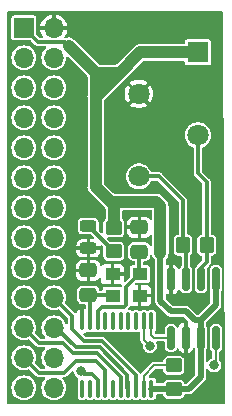
<source format=gbr>
%TF.GenerationSoftware,KiCad,Pcbnew,7.0.6-0*%
%TF.CreationDate,2023-10-30T11:37:55+11:00*%
%TF.ProjectId,controllino-can,636f6e74-726f-46c6-9c69-6e6f2d63616e,rev?*%
%TF.SameCoordinates,Original*%
%TF.FileFunction,Copper,L1,Top*%
%TF.FilePolarity,Positive*%
%FSLAX46Y46*%
G04 Gerber Fmt 4.6, Leading zero omitted, Abs format (unit mm)*
G04 Created by KiCad (PCBNEW 7.0.6-0) date 2023-10-30 11:37:55*
%MOMM*%
%LPD*%
G01*
G04 APERTURE LIST*
G04 Aperture macros list*
%AMRoundRect*
0 Rectangle with rounded corners*
0 $1 Rounding radius*
0 $2 $3 $4 $5 $6 $7 $8 $9 X,Y pos of 4 corners*
0 Add a 4 corners polygon primitive as box body*
4,1,4,$2,$3,$4,$5,$6,$7,$8,$9,$2,$3,0*
0 Add four circle primitives for the rounded corners*
1,1,$1+$1,$2,$3*
1,1,$1+$1,$4,$5*
1,1,$1+$1,$6,$7*
1,1,$1+$1,$8,$9*
0 Add four rect primitives between the rounded corners*
20,1,$1+$1,$2,$3,$4,$5,0*
20,1,$1+$1,$4,$5,$6,$7,0*
20,1,$1+$1,$6,$7,$8,$9,0*
20,1,$1+$1,$8,$9,$2,$3,0*%
G04 Aperture macros list end*
%TA.AperFunction,SMDPad,CuDef*%
%ADD10RoundRect,0.250000X0.450000X-0.350000X0.450000X0.350000X-0.450000X0.350000X-0.450000X-0.350000X0*%
%TD*%
%TA.AperFunction,SMDPad,CuDef*%
%ADD11RoundRect,0.100000X-0.100000X0.637500X-0.100000X-0.637500X0.100000X-0.637500X0.100000X0.637500X0*%
%TD*%
%TA.AperFunction,ComponentPad*%
%ADD12R,1.800000X1.800000*%
%TD*%
%TA.AperFunction,ComponentPad*%
%ADD13C,1.800000*%
%TD*%
%TA.AperFunction,SMDPad,CuDef*%
%ADD14RoundRect,0.250000X-0.350000X-0.450000X0.350000X-0.450000X0.350000X0.450000X-0.350000X0.450000X0*%
%TD*%
%TA.AperFunction,SMDPad,CuDef*%
%ADD15RoundRect,0.243750X0.456250X-0.243750X0.456250X0.243750X-0.456250X0.243750X-0.456250X-0.243750X0*%
%TD*%
%TA.AperFunction,SMDPad,CuDef*%
%ADD16RoundRect,0.250000X-0.475000X0.337500X-0.475000X-0.337500X0.475000X-0.337500X0.475000X0.337500X0*%
%TD*%
%TA.AperFunction,SMDPad,CuDef*%
%ADD17RoundRect,0.250000X0.475000X-0.337500X0.475000X0.337500X-0.475000X0.337500X-0.475000X-0.337500X0*%
%TD*%
%TA.AperFunction,SMDPad,CuDef*%
%ADD18R,1.300000X1.100000*%
%TD*%
%TA.AperFunction,SMDPad,CuDef*%
%ADD19RoundRect,0.150000X0.150000X-0.825000X0.150000X0.825000X-0.150000X0.825000X-0.150000X-0.825000X0*%
%TD*%
%TA.AperFunction,ComponentPad*%
%ADD20R,1.700000X1.700000*%
%TD*%
%TA.AperFunction,ComponentPad*%
%ADD21O,1.700000X1.700000*%
%TD*%
%TA.AperFunction,ViaPad*%
%ADD22C,0.800000*%
%TD*%
%TA.AperFunction,Conductor*%
%ADD23C,0.300000*%
%TD*%
%TA.AperFunction,Conductor*%
%ADD24C,0.500000*%
%TD*%
%TA.AperFunction,Conductor*%
%ADD25C,1.000000*%
%TD*%
%TA.AperFunction,Conductor*%
%ADD26C,0.200000*%
%TD*%
G04 APERTURE END LIST*
D10*
%TO.P,R6,1*%
%TO.N,Net-(D3-A)*%
X72771000Y-60706000D03*
%TO.P,R6,2*%
%TO.N,+5V*%
X72771000Y-58706000D03*
%TD*%
D11*
%TO.P,U1,1,TXCAN*%
%TO.N,/CANTX*%
X75950000Y-66622500D03*
%TO.P,U1,2,RXCAN*%
%TO.N,/CANRX*%
X75300000Y-66622500D03*
%TO.P,U1,3,CLKOUT/SOF*%
%TO.N,unconnected-(U1-CLKOUT{slash}SOF-Pad3)*%
X74650000Y-66622500D03*
%TO.P,U1,4,~{TX0RTS}*%
%TO.N,unconnected-(U1-~{TX0RTS}-Pad4)*%
X74000000Y-66622500D03*
%TO.P,U1,5,~{TX1RTS}*%
%TO.N,unconnected-(U1-~{TX1RTS}-Pad5)*%
X73350000Y-66622500D03*
%TO.P,U1,6,NC*%
%TO.N,unconnected-(U1-NC-Pad6)*%
X72700000Y-66622500D03*
%TO.P,U1,7,~{TX2RTS}*%
%TO.N,unconnected-(U1-~{TX2RTS}-Pad7)*%
X72050000Y-66622500D03*
%TO.P,U1,8,OSC2*%
%TO.N,Net-(U1-OSC2)*%
X71400000Y-66622500D03*
%TO.P,U1,9,OSC1*%
%TO.N,Net-(U1-OSC1)*%
X70750000Y-66622500D03*
%TO.P,U1,10,VSS*%
%TO.N,GND*%
X70100000Y-66622500D03*
%TO.P,U1,11,~{RX1BF}*%
%TO.N,unconnected-(U1-~{RX1BF}-Pad11)*%
X70100000Y-72347500D03*
%TO.P,U1,12,~{RX0BF}*%
%TO.N,unconnected-(U1-~{RX0BF}-Pad12)*%
X70750000Y-72347500D03*
%TO.P,U1,13,~{INT}*%
%TO.N,INT_1*%
X71400000Y-72347500D03*
%TO.P,U1,14,SCK*%
%TO.N,SPI_SCK*%
X72050000Y-72347500D03*
%TO.P,U1,15,NC*%
%TO.N,unconnected-(U1-NC-Pad15)*%
X72700000Y-72347500D03*
%TO.P,U1,16,SI*%
%TO.N,SPI_MOSI*%
X73350000Y-72347500D03*
%TO.P,U1,17,SO*%
%TO.N,SPI_MISO*%
X74000000Y-72347500D03*
%TO.P,U1,18,~{CS}*%
%TO.N,SPI_SS*%
X74650000Y-72347500D03*
%TO.P,U1,19,~{RESET}*%
%TO.N,Net-(U1-~{RESET})*%
X75300000Y-72347500D03*
%TO.P,U1,20,VDD*%
%TO.N,+5V*%
X75950000Y-72347500D03*
%TD*%
D12*
%TO.P,J5,1,1*%
%TO.N,+5V*%
X79883000Y-43870500D03*
D13*
%TO.P,J5,2,2*%
%TO.N,GND*%
X74883000Y-47370500D03*
%TO.P,J5,3,3*%
%TO.N,/CANL*%
X79883000Y-50870500D03*
%TO.P,J5,4,4*%
%TO.N,/CANH*%
X74883000Y-54370500D03*
%TD*%
D14*
%TO.P,R1,1*%
%TO.N,/CANH*%
X78629000Y-60198000D03*
%TO.P,R1,2*%
%TO.N,/CANL*%
X80629000Y-60198000D03*
%TD*%
D15*
%TO.P,D3,1,K*%
%TO.N,GND*%
X70612000Y-60438000D03*
%TO.P,D3,2,A*%
%TO.N,Net-(D3-A)*%
X70612000Y-58563000D03*
%TD*%
D10*
%TO.P,R4,1*%
%TO.N,+5V*%
X77851000Y-72374000D03*
%TO.P,R4,2*%
%TO.N,Net-(U1-~{RESET})*%
X77851000Y-70374000D03*
%TD*%
D16*
%TO.P,C8,1*%
%TO.N,GND*%
X74930000Y-58668500D03*
%TO.P,C8,2*%
%TO.N,Net-(U1-OSC2)*%
X74930000Y-60743500D03*
%TD*%
D17*
%TO.P,C9,1*%
%TO.N,Net-(U1-OSC1)*%
X70612000Y-64405000D03*
%TO.P,C9,2*%
%TO.N,GND*%
X70612000Y-62330000D03*
%TD*%
D18*
%TO.P,Y2,1*%
%TO.N,Net-(U1-OSC2)*%
X74965500Y-62648500D03*
%TO.P,Y2,2,GND*%
%TO.N,GND*%
X72665500Y-62648500D03*
%TO.P,Y2,3*%
%TO.N,Net-(U1-OSC1)*%
X72665500Y-64448500D03*
%TO.P,Y2,4*%
%TO.N,GND*%
X74965500Y-64448500D03*
%TD*%
D19*
%TO.P,U2,1,TXD*%
%TO.N,/CANTX*%
X77597000Y-68023000D03*
%TO.P,U2,2,VSS*%
%TO.N,GND*%
X78867000Y-68023000D03*
%TO.P,U2,3,VDD*%
%TO.N,+5V*%
X80137000Y-68023000D03*
%TO.P,U2,4,RXD*%
%TO.N,/CANRX*%
X81407000Y-68023000D03*
%TO.P,U2,5,Vio*%
%TO.N,+5V*%
X81407000Y-63073000D03*
%TO.P,U2,6,CANL*%
%TO.N,/CANL*%
X80137000Y-63073000D03*
%TO.P,U2,7,CANH*%
%TO.N,/CANH*%
X78867000Y-63073000D03*
%TO.P,U2,8,STBY*%
%TO.N,GND*%
X77597000Y-63073000D03*
%TD*%
D20*
%TO.P,J2,1,Pin_1*%
%TO.N,+5V*%
X65151000Y-41783000D03*
D21*
%TO.P,J2,2,Pin_2*%
%TO.N,GND*%
X67691000Y-41783000D03*
%TO.P,J2,3,Pin_3*%
%TO.N,unconnected-(J2-Pin_3-Pad3)*%
X65151000Y-44323000D03*
%TO.P,J2,4,Pin_4*%
%TO.N,unconnected-(J2-Pin_4-Pad4)*%
X67691000Y-44323000D03*
%TO.P,J2,5,Pin_5*%
%TO.N,unconnected-(J2-Pin_5-Pad5)*%
X65151000Y-46863000D03*
%TO.P,J2,6,Pin_6*%
%TO.N,unconnected-(J2-Pin_6-Pad6)*%
X67691000Y-46863000D03*
%TO.P,J2,7,Pin_7*%
%TO.N,unconnected-(J2-Pin_7-Pad7)*%
X65151000Y-49403000D03*
%TO.P,J2,8,Pin_8*%
%TO.N,unconnected-(J2-Pin_8-Pad8)*%
X67691000Y-49403000D03*
%TO.P,J2,9,Pin_9*%
%TO.N,unconnected-(J2-Pin_9-Pad9)*%
X65151000Y-51943000D03*
%TO.P,J2,10,Pin_10*%
%TO.N,Net-(J2-Pin_10)*%
X67691000Y-51943000D03*
%TO.P,J2,11,Pin_11*%
%TO.N,unconnected-(J2-Pin_11-Pad11)*%
X65151000Y-54483000D03*
%TO.P,J2,12,Pin_12*%
%TO.N,unconnected-(J2-Pin_12-Pad12)*%
X67691000Y-54483000D03*
%TO.P,J2,13,Pin_13*%
%TO.N,unconnected-(J2-Pin_13-Pad13)*%
X65151000Y-57023000D03*
%TO.P,J2,14,Pin_14*%
%TO.N,unconnected-(J2-Pin_14-Pad14)*%
X67691000Y-57023000D03*
%TO.P,J2,15,Pin_15*%
%TO.N,unconnected-(J2-Pin_15-Pad15)*%
X65151000Y-59563000D03*
%TO.P,J2,16,Pin_16*%
%TO.N,unconnected-(J2-Pin_16-Pad16)*%
X67691000Y-59563000D03*
%TO.P,J2,17,Pin_17*%
%TO.N,unconnected-(J2-Pin_17-Pad17)*%
X65151000Y-62103000D03*
%TO.P,J2,18,Pin_18*%
%TO.N,I2C_SDA*%
X67691000Y-62103000D03*
%TO.P,J2,19,Pin_19*%
%TO.N,I2C_SCL*%
X65151000Y-64643000D03*
%TO.P,J2,20,Pin_20*%
%TO.N,SPI_SS*%
X67691000Y-64643000D03*
%TO.P,J2,21,Pin_21*%
%TO.N,SPI_MOSI*%
X65151000Y-67183000D03*
%TO.P,J2,22,Pin_22*%
%TO.N,SPI_MISO*%
X67691000Y-67183000D03*
%TO.P,J2,23,Pin_23*%
%TO.N,SPI_SCK*%
X65151000Y-69723000D03*
%TO.P,J2,24,Pin_24*%
%TO.N,unconnected-(J2-Pin_24-Pad24)*%
X67691000Y-69723000D03*
%TO.P,J2,25,Pin_25*%
%TO.N,UART_TXD*%
X65151000Y-72263000D03*
%TO.P,J2,26,Pin_26*%
%TO.N,UART_RXD*%
X67691000Y-72263000D03*
%TD*%
D22*
%TO.N,GND*%
X74930000Y-69342000D03*
X79629000Y-58547000D03*
%TO.N,/CANRX*%
X75819000Y-68707000D03*
X81280000Y-70358000D03*
%TO.N,INT_1*%
X69977000Y-70866000D03*
%TD*%
D23*
%TO.N,Net-(U1-OSC2)*%
X74892500Y-62648500D02*
X74965500Y-62648500D01*
X74930000Y-62613000D02*
X74965500Y-62648500D01*
X73787000Y-65227000D02*
X73787000Y-63754000D01*
X73787000Y-63754000D02*
X74892500Y-62648500D01*
X73609000Y-65405000D02*
X73787000Y-65227000D01*
X71400000Y-65760000D02*
X71755000Y-65405000D01*
X74930000Y-60743500D02*
X74930000Y-62613000D01*
X71400000Y-66622500D02*
X71400000Y-65760000D01*
X71755000Y-65405000D02*
X73609000Y-65405000D01*
%TO.N,Net-(U1-OSC1)*%
X72622000Y-64405000D02*
X72665500Y-64448500D01*
X70612000Y-64405000D02*
X72622000Y-64405000D01*
X70750000Y-66622500D02*
X70750000Y-64543000D01*
X70750000Y-64543000D02*
X70612000Y-64405000D01*
D24*
%TO.N,+5V*%
X79629000Y-66548000D02*
X78867000Y-65786000D01*
D25*
X72326500Y-46545500D02*
X72009000Y-46863000D01*
X71247000Y-47625000D02*
X71247000Y-45593000D01*
X72771000Y-58706000D02*
X72771000Y-56769000D01*
D24*
X79137000Y-72374000D02*
X77851000Y-72374000D01*
X78867000Y-65786000D02*
X77597000Y-65786000D01*
D25*
X72898000Y-45593000D02*
X71247000Y-45593000D01*
D24*
X81407000Y-63073000D02*
X81407000Y-65278000D01*
X75950000Y-72347500D02*
X77824500Y-72347500D01*
X77824500Y-72347500D02*
X77851000Y-72374000D01*
X80137000Y-66548000D02*
X81407000Y-65278000D01*
D25*
X72009000Y-46863000D02*
X71247000Y-47625000D01*
X71247000Y-45593000D02*
X72199500Y-46545500D01*
D24*
X76708000Y-64897000D02*
X76708000Y-60833000D01*
D23*
X66351000Y-42983000D02*
X68637000Y-42983000D01*
D25*
X72263000Y-56261000D02*
X72517000Y-56515000D01*
D23*
X65151000Y-41783000D02*
X66351000Y-42983000D01*
D24*
X80137000Y-68023000D02*
X80137000Y-66548000D01*
D25*
X73088500Y-45783500D02*
X72326500Y-46545500D01*
X72771000Y-56769000D02*
X72263000Y-56261000D01*
X75001500Y-43870500D02*
X73088500Y-45783500D01*
X71247000Y-45593000D02*
X68961000Y-43307000D01*
X76327000Y-56515000D02*
X76708000Y-56896000D01*
X76708000Y-56896000D02*
X76708000Y-60833000D01*
D24*
X80137000Y-71374000D02*
X79137000Y-72374000D01*
D25*
X71247000Y-47625000D02*
X71247000Y-55245000D01*
X71247000Y-55245000D02*
X72263000Y-56261000D01*
D24*
X77597000Y-65786000D02*
X76708000Y-64897000D01*
D25*
X72517000Y-56515000D02*
X76327000Y-56515000D01*
D24*
X80137000Y-66548000D02*
X79629000Y-66548000D01*
D25*
X73088500Y-45783500D02*
X72898000Y-45593000D01*
X72199500Y-46545500D02*
X72326500Y-46545500D01*
D24*
X80137000Y-68023000D02*
X80137000Y-71374000D01*
D23*
X68637000Y-42983000D02*
X68961000Y-43307000D01*
D25*
X79883000Y-43870500D02*
X75001500Y-43870500D01*
D23*
%TO.N,SPI_SCK*%
X68580000Y-70993000D02*
X66421000Y-70993000D01*
X72050000Y-72347500D02*
X72050000Y-70725106D01*
X72050000Y-70725106D02*
X71301894Y-69977000D01*
X66421000Y-70993000D02*
X65151000Y-69723000D01*
X71301894Y-69977000D02*
X69596000Y-69977000D01*
X69596000Y-69977000D02*
X68580000Y-70993000D01*
D26*
%TO.N,Net-(U1-~{RESET})*%
X76184000Y-70374000D02*
X77851000Y-70374000D01*
X75300000Y-71258000D02*
X76184000Y-70374000D01*
X75300000Y-72347500D02*
X75300000Y-71258000D01*
%TO.N,/CANTX*%
X75946000Y-67818000D02*
X76151000Y-68023000D01*
X75946000Y-66626500D02*
X75946000Y-67818000D01*
X75950000Y-66622500D02*
X75946000Y-66626500D01*
X76151000Y-68023000D02*
X77597000Y-68023000D01*
%TO.N,/CANRX*%
X75300000Y-66622500D02*
X75300000Y-68188000D01*
X81407000Y-70231000D02*
X81407000Y-68023000D01*
X75300000Y-68188000D02*
X75819000Y-68707000D01*
X81280000Y-70358000D02*
X81407000Y-70231000D01*
D23*
%TO.N,SPI_MOSI*%
X73350000Y-72347500D02*
X73350000Y-71318000D01*
X66421000Y-68453000D02*
X65151000Y-67183000D01*
X68453000Y-68453000D02*
X66421000Y-68453000D01*
X71374000Y-69342000D02*
X69342000Y-69342000D01*
X69342000Y-69342000D02*
X68453000Y-68453000D01*
X73350000Y-71318000D02*
X71374000Y-69342000D01*
%TO.N,SPI_MISO*%
X71581106Y-68842000D02*
X69549106Y-68842000D01*
X73914000Y-71174894D02*
X71581106Y-68842000D01*
X69549106Y-68842000D02*
X67890106Y-67183000D01*
X67890106Y-67183000D02*
X67691000Y-67183000D01*
X74000000Y-72347500D02*
X73914000Y-72261500D01*
X73914000Y-72261500D02*
X73914000Y-71174894D01*
%TO.N,Net-(D3-A)*%
X72755000Y-60706000D02*
X70612000Y-58563000D01*
X72771000Y-60706000D02*
X72755000Y-60706000D01*
%TO.N,/CANH*%
X76595500Y-54370500D02*
X74883000Y-54370500D01*
X78629000Y-56404000D02*
X76595500Y-54370500D01*
X78867000Y-60436000D02*
X78629000Y-60198000D01*
X78629000Y-60198000D02*
X78629000Y-56404000D01*
X78867000Y-63073000D02*
X78867000Y-60436000D01*
%TO.N,/CANL*%
X80645000Y-54864000D02*
X79883000Y-54102000D01*
X80629000Y-61579000D02*
X80629000Y-60198000D01*
X80137000Y-62103000D02*
X80645000Y-61595000D01*
X80629000Y-60198000D02*
X80629000Y-54880000D01*
X80645000Y-61595000D02*
X80629000Y-61579000D01*
X80137000Y-63073000D02*
X80137000Y-62103000D01*
X79883000Y-54102000D02*
X79883000Y-50870500D01*
X80629000Y-54880000D02*
X80645000Y-54864000D01*
%TO.N,SPI_SS*%
X74650000Y-72347500D02*
X74650000Y-71203788D01*
X69215000Y-66167000D02*
X67691000Y-64643000D01*
X69215000Y-67310000D02*
X69215000Y-66167000D01*
X70231000Y-68326000D02*
X69215000Y-67310000D01*
X74650000Y-71203788D02*
X71772212Y-68326000D01*
X71772212Y-68326000D02*
X70231000Y-68326000D01*
%TO.N,INT_1*%
X70883896Y-71107500D02*
X70218500Y-71107500D01*
X71400000Y-72347500D02*
X71400000Y-71623604D01*
X71400000Y-71623604D02*
X70883896Y-71107500D01*
X70218500Y-71107500D02*
X69977000Y-70866000D01*
%TD*%
%TA.AperFunction,Conductor*%
%TO.N,GND*%
G36*
X76034593Y-61042614D02*
G01*
X76047065Y-61065696D01*
X76083182Y-61160930D01*
X76179817Y-61300929D01*
X76224149Y-61340203D01*
X76255167Y-61392941D01*
X76257500Y-61414305D01*
X76257500Y-64868913D01*
X76257189Y-64874459D01*
X76252730Y-64914034D01*
X76252730Y-64914036D01*
X76263788Y-64972479D01*
X76272652Y-65031287D01*
X76274840Y-65038381D01*
X76274417Y-65038511D01*
X76275109Y-65040613D01*
X76275526Y-65040468D01*
X76277975Y-65047468D01*
X76277976Y-65047471D01*
X76277977Y-65047472D01*
X76279290Y-65049957D01*
X76305777Y-65100073D01*
X76331574Y-65153641D01*
X76335753Y-65159770D01*
X76335389Y-65160017D01*
X76336677Y-65161831D01*
X76337030Y-65161571D01*
X76341431Y-65167535D01*
X76383495Y-65209599D01*
X76423944Y-65253194D01*
X76429743Y-65257818D01*
X76429467Y-65258163D01*
X76440600Y-65266704D01*
X77258592Y-66084696D01*
X77262293Y-66088837D01*
X77287121Y-66119970D01*
X77336271Y-66153480D01*
X77384118Y-66188793D01*
X77384120Y-66188793D01*
X77390677Y-66192259D01*
X77390469Y-66192651D01*
X77392450Y-66193651D01*
X77392643Y-66193253D01*
X77399324Y-66196470D01*
X77399327Y-66196472D01*
X77435950Y-66207768D01*
X77456177Y-66214007D01*
X77512300Y-66233646D01*
X77519593Y-66235026D01*
X77519510Y-66235460D01*
X77521697Y-66235831D01*
X77521763Y-66235394D01*
X77529096Y-66236499D01*
X77529098Y-66236500D01*
X77529100Y-66236500D01*
X77588559Y-66236500D01*
X77648010Y-66238725D01*
X77648016Y-66238723D01*
X77655384Y-66237894D01*
X77655433Y-66238332D01*
X77669347Y-66236500D01*
X78639388Y-66236500D01*
X78697579Y-66255407D01*
X78709392Y-66265496D01*
X79034444Y-66590548D01*
X79062221Y-66645065D01*
X79052650Y-66705497D01*
X79034444Y-66730555D01*
X79017000Y-66747999D01*
X79017000Y-69297998D01*
X79017001Y-69297999D01*
X79071203Y-69297999D01*
X79101600Y-69295149D01*
X79101602Y-69295149D01*
X79229647Y-69250345D01*
X79338790Y-69169792D01*
X79338792Y-69169790D01*
X79419344Y-69060647D01*
X79458907Y-68947582D01*
X79495972Y-68898901D01*
X79554572Y-68881304D01*
X79612324Y-68901512D01*
X79641490Y-68943248D01*
X79643051Y-68942486D01*
X79646426Y-68949391D01*
X79646427Y-68949393D01*
X79676441Y-69010787D01*
X79686500Y-69054267D01*
X79686500Y-71146388D01*
X79667593Y-71204579D01*
X79657504Y-71216392D01*
X78979393Y-71894504D01*
X78924876Y-71922281D01*
X78909389Y-71923500D01*
X78813361Y-71923500D01*
X78755170Y-71904593D01*
X78719917Y-71857198D01*
X78703793Y-71811118D01*
X78703791Y-71811115D01*
X78703791Y-71811114D01*
X78623154Y-71701855D01*
X78623152Y-71701853D01*
X78623150Y-71701850D01*
X78623146Y-71701847D01*
X78623144Y-71701845D01*
X78513883Y-71621207D01*
X78385703Y-71576355D01*
X78385694Y-71576353D01*
X78355274Y-71573500D01*
X78355266Y-71573500D01*
X77346734Y-71573500D01*
X77346725Y-71573500D01*
X77316305Y-71576353D01*
X77316296Y-71576355D01*
X77188116Y-71621207D01*
X77078855Y-71701845D01*
X77078845Y-71701855D01*
X76998208Y-71811115D01*
X76998206Y-71811118D01*
X76998207Y-71811118D01*
X76991355Y-71830697D01*
X76954292Y-71879377D01*
X76897912Y-71897000D01*
X76449499Y-71897000D01*
X76391308Y-71878093D01*
X76355344Y-71828593D01*
X76350499Y-71798000D01*
X76350499Y-71665139D01*
X76350499Y-71665136D01*
X76347585Y-71640009D01*
X76302206Y-71537235D01*
X76222765Y-71457794D01*
X76119991Y-71412415D01*
X76119990Y-71412414D01*
X76119988Y-71412414D01*
X76094869Y-71409500D01*
X75812478Y-71409500D01*
X75754287Y-71390593D01*
X75718323Y-71341093D01*
X75718323Y-71279907D01*
X75742472Y-71240498D01*
X76279475Y-70703495D01*
X76333992Y-70675719D01*
X76349479Y-70674500D01*
X76851500Y-70674500D01*
X76909691Y-70693407D01*
X76945655Y-70742907D01*
X76950500Y-70773500D01*
X76950500Y-70778274D01*
X76953353Y-70808694D01*
X76953355Y-70808703D01*
X76998207Y-70936883D01*
X77078845Y-71046144D01*
X77078847Y-71046146D01*
X77078850Y-71046150D01*
X77078853Y-71046152D01*
X77078855Y-71046154D01*
X77188116Y-71126792D01*
X77188117Y-71126792D01*
X77188118Y-71126793D01*
X77316301Y-71171646D01*
X77346725Y-71174499D01*
X77346727Y-71174500D01*
X77346734Y-71174500D01*
X78355273Y-71174500D01*
X78355273Y-71174499D01*
X78385699Y-71171646D01*
X78513882Y-71126793D01*
X78623150Y-71046150D01*
X78703793Y-70936882D01*
X78748646Y-70808699D01*
X78751499Y-70778273D01*
X78751500Y-70778273D01*
X78751500Y-69969726D01*
X78751499Y-69969725D01*
X78748646Y-69939305D01*
X78748646Y-69939301D01*
X78703793Y-69811118D01*
X78680745Y-69779889D01*
X78623154Y-69701855D01*
X78623152Y-69701853D01*
X78623150Y-69701850D01*
X78623146Y-69701847D01*
X78623144Y-69701845D01*
X78513883Y-69621207D01*
X78385703Y-69576355D01*
X78385694Y-69576353D01*
X78355274Y-69573500D01*
X78355266Y-69573500D01*
X77346734Y-69573500D01*
X77346725Y-69573500D01*
X77316305Y-69576353D01*
X77316296Y-69576355D01*
X77188116Y-69621207D01*
X77078855Y-69701845D01*
X77078845Y-69701855D01*
X76998207Y-69811116D01*
X76953355Y-69939296D01*
X76953353Y-69939305D01*
X76950500Y-69969725D01*
X76950500Y-69974500D01*
X76931593Y-70032691D01*
X76882093Y-70068655D01*
X76851500Y-70073500D01*
X76249165Y-70073500D01*
X76235489Y-70071267D01*
X76235318Y-70072494D01*
X76226234Y-70071226D01*
X76185887Y-70073092D01*
X76178207Y-70073447D01*
X76175931Y-70073500D01*
X76156153Y-70073500D01*
X76152658Y-70074153D01*
X76145845Y-70074943D01*
X76114011Y-70076414D01*
X76114007Y-70076415D01*
X76105013Y-70080386D01*
X76083228Y-70087132D01*
X76073571Y-70088937D01*
X76073565Y-70088940D01*
X76046465Y-70105718D01*
X76040396Y-70108917D01*
X76011238Y-70121792D01*
X76011231Y-70121796D01*
X76004286Y-70128742D01*
X75986406Y-70142905D01*
X75978048Y-70148080D01*
X75958839Y-70173515D01*
X75954335Y-70178692D01*
X75133590Y-70999437D01*
X75122361Y-71007550D01*
X75123090Y-71008515D01*
X75115770Y-71014043D01*
X75104286Y-71026639D01*
X75051109Y-71056902D01*
X74990299Y-71050128D01*
X74945085Y-71008905D01*
X74942185Y-71003415D01*
X74939198Y-70997304D01*
X74939196Y-70997302D01*
X74939196Y-70997301D01*
X74934948Y-70991350D01*
X74930418Y-70985530D01*
X74892724Y-70950829D01*
X72053013Y-68111119D01*
X72040137Y-68095262D01*
X72033649Y-68085331D01*
X72031416Y-68083593D01*
X72007094Y-68064663D01*
X72002495Y-68060601D01*
X71999519Y-68057625D01*
X71981772Y-68044954D01*
X71941340Y-68013484D01*
X71934889Y-68009993D01*
X71928280Y-68006761D01*
X71928278Y-68006760D01*
X71925164Y-68005833D01*
X71915307Y-68002898D01*
X71879166Y-67992138D01*
X71830700Y-67975500D01*
X71830697Y-67975499D01*
X71823472Y-67974293D01*
X71816167Y-67973383D01*
X71816166Y-67973383D01*
X71816164Y-67973383D01*
X71764981Y-67975500D01*
X70417190Y-67975500D01*
X70358999Y-67956593D01*
X70347186Y-67946504D01*
X70221425Y-67820743D01*
X70193648Y-67766226D01*
X70203219Y-67705794D01*
X70246484Y-67662529D01*
X70275944Y-67652958D01*
X70325141Y-67645166D01*
X70325148Y-67645164D01*
X70438046Y-67587639D01*
X70454421Y-67571264D01*
X70508937Y-67543484D01*
X70564415Y-67550699D01*
X70580009Y-67557585D01*
X70605135Y-67560500D01*
X70894864Y-67560499D01*
X70919991Y-67557585D01*
X71022765Y-67512206D01*
X71022766Y-67512204D01*
X71031157Y-67508500D01*
X71032205Y-67510875D01*
X71077739Y-67497462D01*
X71117948Y-67510526D01*
X71118843Y-67508500D01*
X71127233Y-67512204D01*
X71127235Y-67512206D01*
X71230009Y-67557585D01*
X71255135Y-67560500D01*
X71544864Y-67560499D01*
X71569991Y-67557585D01*
X71672765Y-67512206D01*
X71672766Y-67512204D01*
X71681157Y-67508500D01*
X71682205Y-67510875D01*
X71727739Y-67497462D01*
X71767948Y-67510526D01*
X71768843Y-67508500D01*
X71777233Y-67512204D01*
X71777235Y-67512206D01*
X71880009Y-67557585D01*
X71905135Y-67560500D01*
X72194864Y-67560499D01*
X72219991Y-67557585D01*
X72322765Y-67512206D01*
X72322766Y-67512204D01*
X72331157Y-67508500D01*
X72332205Y-67510875D01*
X72377739Y-67497462D01*
X72417948Y-67510526D01*
X72418843Y-67508500D01*
X72427233Y-67512204D01*
X72427235Y-67512206D01*
X72530009Y-67557585D01*
X72555135Y-67560500D01*
X72844864Y-67560499D01*
X72869991Y-67557585D01*
X72972765Y-67512206D01*
X72972766Y-67512204D01*
X72981157Y-67508500D01*
X72982205Y-67510875D01*
X73027739Y-67497462D01*
X73067948Y-67510526D01*
X73068843Y-67508500D01*
X73077233Y-67512204D01*
X73077235Y-67512206D01*
X73180009Y-67557585D01*
X73205135Y-67560500D01*
X73494864Y-67560499D01*
X73519991Y-67557585D01*
X73622765Y-67512206D01*
X73622766Y-67512204D01*
X73631157Y-67508500D01*
X73632205Y-67510875D01*
X73677739Y-67497462D01*
X73717948Y-67510526D01*
X73718843Y-67508500D01*
X73727233Y-67512204D01*
X73727235Y-67512206D01*
X73830009Y-67557585D01*
X73855135Y-67560500D01*
X74144864Y-67560499D01*
X74169991Y-67557585D01*
X74272765Y-67512206D01*
X74272766Y-67512204D01*
X74281157Y-67508500D01*
X74282205Y-67510875D01*
X74327739Y-67497462D01*
X74367948Y-67510526D01*
X74368843Y-67508500D01*
X74377233Y-67512204D01*
X74377235Y-67512206D01*
X74480009Y-67557585D01*
X74505135Y-67560500D01*
X74794864Y-67560499D01*
X74819991Y-67557585D01*
X74860513Y-67539692D01*
X74921380Y-67533484D01*
X74974274Y-67564239D01*
X74998989Y-67620210D01*
X74999500Y-67630257D01*
X74999500Y-68122835D01*
X74997280Y-68136513D01*
X74998494Y-68136683D01*
X74997226Y-68145766D01*
X74999447Y-68193783D01*
X74999500Y-68196069D01*
X74999500Y-68215842D01*
X75000152Y-68219332D01*
X75000943Y-68226149D01*
X75002414Y-68257987D01*
X75002415Y-68257994D01*
X75006384Y-68266982D01*
X75013133Y-68288773D01*
X75014939Y-68298433D01*
X75031717Y-68325533D01*
X75034915Y-68331600D01*
X75041813Y-68347220D01*
X75047794Y-68360765D01*
X75054745Y-68367716D01*
X75068907Y-68385596D01*
X75072815Y-68391907D01*
X75074081Y-68393952D01*
X75099511Y-68413156D01*
X75104690Y-68417662D01*
X75199819Y-68512790D01*
X75227596Y-68567307D01*
X75227968Y-68595715D01*
X75213318Y-68706998D01*
X75213318Y-68707000D01*
X75233955Y-68863758D01*
X75233957Y-68863766D01*
X75294462Y-69009838D01*
X75294462Y-69009839D01*
X75390713Y-69135276D01*
X75390718Y-69135282D01*
X75390722Y-69135285D01*
X75390723Y-69135286D01*
X75392370Y-69136550D01*
X75516159Y-69231536D01*
X75662238Y-69292044D01*
X75779809Y-69307522D01*
X75818999Y-69312682D01*
X75819000Y-69312682D01*
X75819001Y-69312682D01*
X75850352Y-69308554D01*
X75975762Y-69292044D01*
X76121841Y-69231536D01*
X76247282Y-69135282D01*
X76343536Y-69009841D01*
X76404044Y-68863762D01*
X76424682Y-68707000D01*
X76404044Y-68550238D01*
X76366825Y-68460385D01*
X76362025Y-68399389D01*
X76393995Y-68347220D01*
X76450523Y-68323805D01*
X76458290Y-68323500D01*
X76997500Y-68323500D01*
X77055691Y-68342407D01*
X77091655Y-68391907D01*
X77096500Y-68422500D01*
X77096500Y-68881260D01*
X77099135Y-68899345D01*
X77106427Y-68949395D01*
X77135977Y-69009839D01*
X77157802Y-69054483D01*
X77240517Y-69137198D01*
X77294285Y-69163483D01*
X77345604Y-69188572D01*
X77345605Y-69188572D01*
X77345607Y-69188573D01*
X77413740Y-69198500D01*
X77413743Y-69198500D01*
X77780257Y-69198500D01*
X77780260Y-69198500D01*
X77848393Y-69188573D01*
X77953483Y-69137198D01*
X78036198Y-69054483D01*
X78087573Y-68949393D01*
X78087572Y-68949393D01*
X78090950Y-68942486D01*
X78092549Y-68943267D01*
X78122291Y-68901047D01*
X78180199Y-68881291D01*
X78238660Y-68899345D01*
X78275091Y-68947582D01*
X78314653Y-69060645D01*
X78395207Y-69169790D01*
X78395209Y-69169792D01*
X78504352Y-69250345D01*
X78632399Y-69295149D01*
X78662788Y-69297999D01*
X78716999Y-69297998D01*
X78717000Y-69297998D01*
X78717000Y-66747999D01*
X78662796Y-66748000D01*
X78632399Y-66750850D01*
X78632397Y-66750850D01*
X78504352Y-66795654D01*
X78395209Y-66876207D01*
X78395207Y-66876209D01*
X78314653Y-66985354D01*
X78275091Y-67098417D01*
X78238026Y-67147097D01*
X78179425Y-67164694D01*
X78121674Y-67144486D01*
X78092515Y-67102748D01*
X78090950Y-67103514D01*
X78066385Y-67053267D01*
X78036198Y-66991517D01*
X77953483Y-66908802D01*
X77953481Y-66908801D01*
X77848395Y-66857427D01*
X77821139Y-66853456D01*
X77780260Y-66847500D01*
X77413740Y-66847500D01*
X77379673Y-66852463D01*
X77345604Y-66857427D01*
X77240518Y-66908801D01*
X77157801Y-66991518D01*
X77106427Y-67096604D01*
X77096500Y-67164743D01*
X77096500Y-67623500D01*
X77077593Y-67681691D01*
X77028093Y-67717655D01*
X76997500Y-67722500D01*
X76345500Y-67722500D01*
X76287309Y-67703593D01*
X76251345Y-67654093D01*
X76246500Y-67623500D01*
X76246500Y-67529478D01*
X76265407Y-67471287D01*
X76275490Y-67459480D01*
X76302206Y-67432765D01*
X76347585Y-67329991D01*
X76350500Y-67304865D01*
X76350499Y-65940136D01*
X76347585Y-65915009D01*
X76302206Y-65812235D01*
X76222765Y-65732794D01*
X76119991Y-65687415D01*
X76119990Y-65687414D01*
X76119988Y-65687414D01*
X76094868Y-65684500D01*
X75805140Y-65684500D01*
X75805135Y-65684501D01*
X75780009Y-65687414D01*
X75709766Y-65718430D01*
X75677235Y-65732794D01*
X75677234Y-65732794D01*
X75668843Y-65736500D01*
X75667794Y-65734126D01*
X75622243Y-65747537D01*
X75582050Y-65734477D01*
X75581157Y-65736500D01*
X75572766Y-65732795D01*
X75572765Y-65732794D01*
X75469991Y-65687415D01*
X75469990Y-65687414D01*
X75469988Y-65687414D01*
X75444868Y-65684500D01*
X75155140Y-65684500D01*
X75155135Y-65684501D01*
X75130009Y-65687414D01*
X75059766Y-65718430D01*
X75027235Y-65732794D01*
X75027234Y-65732794D01*
X75018843Y-65736500D01*
X75017794Y-65734126D01*
X74972243Y-65747537D01*
X74932050Y-65734477D01*
X74931157Y-65736500D01*
X74922766Y-65732795D01*
X74922765Y-65732794D01*
X74819991Y-65687415D01*
X74819990Y-65687414D01*
X74819988Y-65687414D01*
X74794868Y-65684500D01*
X74505140Y-65684500D01*
X74505135Y-65684501D01*
X74480009Y-65687414D01*
X74409766Y-65718430D01*
X74377235Y-65732794D01*
X74377234Y-65732794D01*
X74368843Y-65736500D01*
X74367794Y-65734126D01*
X74322243Y-65747537D01*
X74282050Y-65734477D01*
X74281157Y-65736500D01*
X74272766Y-65732795D01*
X74272765Y-65732794D01*
X74169991Y-65687415D01*
X74169990Y-65687414D01*
X74169988Y-65687414D01*
X74144869Y-65684500D01*
X74064188Y-65684500D01*
X74005997Y-65665593D01*
X73970033Y-65616093D01*
X73970033Y-65554907D01*
X73994182Y-65515498D01*
X74001884Y-65507796D01*
X74017734Y-65494926D01*
X74027669Y-65488437D01*
X74048338Y-65461879D01*
X74052388Y-65457292D01*
X74055375Y-65454307D01*
X74068044Y-65436561D01*
X74099517Y-65396126D01*
X74099518Y-65396120D01*
X74103023Y-65389645D01*
X74106238Y-65383070D01*
X74106238Y-65383067D01*
X74106240Y-65383066D01*
X74113384Y-65359067D01*
X74148107Y-65308692D01*
X74205811Y-65288346D01*
X74238138Y-65294747D01*
X74238441Y-65293635D01*
X74245627Y-65295590D01*
X74270703Y-65298499D01*
X74815498Y-65298499D01*
X74815500Y-65298498D01*
X74815500Y-64598500D01*
X75115500Y-64598500D01*
X75115500Y-65298498D01*
X75115501Y-65298499D01*
X75660290Y-65298499D01*
X75660291Y-65298498D01*
X75685374Y-65295590D01*
X75787977Y-65250286D01*
X75867286Y-65170977D01*
X75912590Y-65068372D01*
X75915499Y-65043297D01*
X75915500Y-65043294D01*
X75915500Y-64598501D01*
X75915499Y-64598500D01*
X75115500Y-64598500D01*
X74815500Y-64598500D01*
X74815500Y-64298498D01*
X75115500Y-64298498D01*
X75115501Y-64298500D01*
X75915498Y-64298500D01*
X75915499Y-64298499D01*
X75915499Y-63853709D01*
X75915498Y-63853708D01*
X75912590Y-63828625D01*
X75867286Y-63726022D01*
X75787977Y-63646713D01*
X75685372Y-63601409D01*
X75660297Y-63598500D01*
X75115501Y-63598500D01*
X75115500Y-63598501D01*
X75115500Y-64298498D01*
X74815500Y-64298498D01*
X74815500Y-63598501D01*
X74815499Y-63598500D01*
X74677189Y-63598500D01*
X74618998Y-63579593D01*
X74583034Y-63530093D01*
X74583034Y-63468907D01*
X74607183Y-63429498D01*
X74608686Y-63427995D01*
X74663202Y-63400219D01*
X74678689Y-63399000D01*
X75635247Y-63399000D01*
X75635248Y-63399000D01*
X75693731Y-63387367D01*
X75760052Y-63343052D01*
X75804367Y-63276731D01*
X75816000Y-63218248D01*
X75816000Y-62078752D01*
X75804367Y-62020269D01*
X75760052Y-61953948D01*
X75760048Y-61953945D01*
X75693733Y-61909634D01*
X75693731Y-61909633D01*
X75693728Y-61909632D01*
X75693727Y-61909632D01*
X75635258Y-61898001D01*
X75635248Y-61898000D01*
X75635247Y-61898000D01*
X75379500Y-61898000D01*
X75321309Y-61879093D01*
X75285345Y-61829593D01*
X75280500Y-61799000D01*
X75280500Y-61630500D01*
X75299407Y-61572309D01*
X75348907Y-61536345D01*
X75379500Y-61531500D01*
X75459273Y-61531500D01*
X75459273Y-61531499D01*
X75489699Y-61528646D01*
X75617882Y-61483793D01*
X75727150Y-61403150D01*
X75807793Y-61293882D01*
X75852646Y-61165699D01*
X75855499Y-61135273D01*
X75855500Y-61135273D01*
X75855500Y-61100805D01*
X75874407Y-61042614D01*
X75923907Y-61006650D01*
X75985093Y-61006650D01*
X76034593Y-61042614D01*
G37*
%TD.AperFunction*%
%TA.AperFunction,Conductor*%
G36*
X82001568Y-40404907D02*
G01*
X82037532Y-40454407D01*
X82042376Y-40484622D01*
X82110328Y-58287935D01*
X82167619Y-73298301D01*
X82168621Y-73560622D01*
X82149936Y-73618885D01*
X82100574Y-73655037D01*
X82069622Y-73660000D01*
X63853000Y-73660000D01*
X63794809Y-73641093D01*
X63758845Y-73591593D01*
X63754000Y-73561000D01*
X63754000Y-72263003D01*
X64095417Y-72263003D01*
X64115698Y-72468929D01*
X64115699Y-72468934D01*
X64175768Y-72666954D01*
X64273316Y-72849452D01*
X64404585Y-73009404D01*
X64404590Y-73009410D01*
X64404595Y-73009414D01*
X64564547Y-73140683D01*
X64564548Y-73140683D01*
X64564550Y-73140685D01*
X64747046Y-73238232D01*
X64884996Y-73280078D01*
X64945065Y-73298300D01*
X64945070Y-73298301D01*
X65150997Y-73318583D01*
X65151000Y-73318583D01*
X65151003Y-73318583D01*
X65356929Y-73298301D01*
X65356934Y-73298300D01*
X65399130Y-73285500D01*
X65554954Y-73238232D01*
X65737450Y-73140685D01*
X65897410Y-73009410D01*
X66028685Y-72849450D01*
X66126232Y-72666954D01*
X66186300Y-72468934D01*
X66186301Y-72468929D01*
X66206583Y-72263003D01*
X66206583Y-72262996D01*
X66186301Y-72057070D01*
X66186300Y-72057065D01*
X66168078Y-71996996D01*
X66126232Y-71859046D01*
X66028685Y-71676550D01*
X66019320Y-71665139D01*
X65897414Y-71516595D01*
X65897410Y-71516590D01*
X65859562Y-71485529D01*
X65737452Y-71385316D01*
X65554954Y-71287768D01*
X65356934Y-71227699D01*
X65356929Y-71227698D01*
X65151003Y-71207417D01*
X65150997Y-71207417D01*
X64945070Y-71227698D01*
X64945065Y-71227699D01*
X64747045Y-71287768D01*
X64564547Y-71385316D01*
X64404595Y-71516585D01*
X64404585Y-71516595D01*
X64273316Y-71676547D01*
X64175768Y-71859045D01*
X64115699Y-72057065D01*
X64115698Y-72057070D01*
X64095417Y-72262996D01*
X64095417Y-72263003D01*
X63754000Y-72263003D01*
X63754000Y-69723003D01*
X64095417Y-69723003D01*
X64115698Y-69928929D01*
X64115699Y-69928934D01*
X64175768Y-70126954D01*
X64273316Y-70309452D01*
X64371501Y-70429091D01*
X64404590Y-70469410D01*
X64425740Y-70486767D01*
X64564547Y-70600683D01*
X64564548Y-70600683D01*
X64564550Y-70600685D01*
X64747046Y-70698232D01*
X64863607Y-70733590D01*
X64945065Y-70758300D01*
X64945070Y-70758301D01*
X65150997Y-70778583D01*
X65151000Y-70778583D01*
X65151003Y-70778583D01*
X65356929Y-70758301D01*
X65356934Y-70758300D01*
X65361223Y-70756999D01*
X65554954Y-70698232D01*
X65554957Y-70698230D01*
X65556171Y-70697862D01*
X65617344Y-70699063D01*
X65654913Y-70722595D01*
X66140199Y-71207881D01*
X66153074Y-71223737D01*
X66159563Y-71233669D01*
X66186110Y-71254332D01*
X66190708Y-71258392D01*
X66193687Y-71261370D01*
X66193690Y-71261372D01*
X66193693Y-71261375D01*
X66206370Y-71270425D01*
X66211435Y-71274042D01*
X66221914Y-71282198D01*
X66251874Y-71305517D01*
X66251875Y-71305517D01*
X66251876Y-71305518D01*
X66258318Y-71309005D01*
X66264932Y-71312238D01*
X66264933Y-71312238D01*
X66264934Y-71312239D01*
X66314033Y-71326856D01*
X66362512Y-71343500D01*
X66362513Y-71343500D01*
X66369732Y-71344705D01*
X66377039Y-71345615D01*
X66377046Y-71345617D01*
X66428231Y-71343500D01*
X66878814Y-71343500D01*
X66937005Y-71362407D01*
X66972969Y-71411907D01*
X66972969Y-71473093D01*
X66946607Y-71511728D01*
X66948030Y-71513151D01*
X66944585Y-71516595D01*
X66813316Y-71676547D01*
X66715768Y-71859045D01*
X66655699Y-72057065D01*
X66655698Y-72057070D01*
X66635417Y-72262996D01*
X66635417Y-72263003D01*
X66655698Y-72468929D01*
X66655699Y-72468934D01*
X66715768Y-72666954D01*
X66813316Y-72849452D01*
X66944585Y-73009404D01*
X66944590Y-73009410D01*
X66944595Y-73009414D01*
X67104547Y-73140683D01*
X67104548Y-73140683D01*
X67104550Y-73140685D01*
X67287046Y-73238232D01*
X67424996Y-73280078D01*
X67485065Y-73298300D01*
X67485070Y-73298301D01*
X67690997Y-73318583D01*
X67691000Y-73318583D01*
X67691003Y-73318583D01*
X67896929Y-73298301D01*
X67896934Y-73298300D01*
X67939130Y-73285500D01*
X68094954Y-73238232D01*
X68277450Y-73140685D01*
X68437410Y-73009410D01*
X68568685Y-72849450D01*
X68666232Y-72666954D01*
X68726300Y-72468934D01*
X68726301Y-72468929D01*
X68746583Y-72263003D01*
X68746583Y-72262996D01*
X68726301Y-72057070D01*
X68726300Y-72057065D01*
X68708078Y-71996996D01*
X68666232Y-71859046D01*
X68568685Y-71676550D01*
X68559320Y-71665139D01*
X68437414Y-71516595D01*
X68437410Y-71516590D01*
X68437404Y-71516585D01*
X68433970Y-71513151D01*
X68435581Y-71511539D01*
X68407388Y-71467475D01*
X68411004Y-71406396D01*
X68449831Y-71359108D01*
X68503186Y-71343500D01*
X68533381Y-71343500D01*
X68553696Y-71345607D01*
X68555844Y-71346057D01*
X68565315Y-71348043D01*
X68598712Y-71343879D01*
X68604837Y-71343500D01*
X68609041Y-71343500D01*
X68623463Y-71341093D01*
X68630540Y-71339912D01*
X68681393Y-71333573D01*
X68681396Y-71333571D01*
X68688429Y-71331477D01*
X68695377Y-71329092D01*
X68695381Y-71329092D01*
X68740444Y-71304704D01*
X68786484Y-71282198D01*
X68792470Y-71277923D01*
X68798256Y-71273420D01*
X68815828Y-71254332D01*
X68832957Y-71235724D01*
X69209747Y-70858933D01*
X69264262Y-70831157D01*
X69324694Y-70840728D01*
X69367959Y-70883993D01*
X69377902Y-70916015D01*
X69391955Y-71022759D01*
X69391957Y-71022766D01*
X69452462Y-71168838D01*
X69452462Y-71168839D01*
X69548713Y-71294276D01*
X69548718Y-71294282D01*
X69548722Y-71294285D01*
X69548723Y-71294286D01*
X69558323Y-71301652D01*
X69674159Y-71390536D01*
X69697565Y-71400231D01*
X69744090Y-71439966D01*
X69758375Y-71499460D01*
X69750245Y-71531682D01*
X69702415Y-71640008D01*
X69702414Y-71640011D01*
X69699500Y-71665130D01*
X69699500Y-73029860D01*
X69699501Y-73029863D01*
X69702414Y-73054990D01*
X69727756Y-73112384D01*
X69747794Y-73157765D01*
X69827235Y-73237206D01*
X69930009Y-73282585D01*
X69955135Y-73285500D01*
X70244864Y-73285499D01*
X70269991Y-73282585D01*
X70372765Y-73237206D01*
X70372766Y-73237204D01*
X70381157Y-73233500D01*
X70382205Y-73235875D01*
X70427739Y-73222462D01*
X70467948Y-73235526D01*
X70468843Y-73233500D01*
X70477233Y-73237204D01*
X70477235Y-73237206D01*
X70580009Y-73282585D01*
X70605135Y-73285500D01*
X70894864Y-73285499D01*
X70919991Y-73282585D01*
X71022765Y-73237206D01*
X71022766Y-73237204D01*
X71031157Y-73233500D01*
X71032205Y-73235875D01*
X71077739Y-73222462D01*
X71117948Y-73235526D01*
X71118843Y-73233500D01*
X71127233Y-73237204D01*
X71127235Y-73237206D01*
X71230009Y-73282585D01*
X71255135Y-73285500D01*
X71544864Y-73285499D01*
X71569991Y-73282585D01*
X71672765Y-73237206D01*
X71672766Y-73237204D01*
X71681157Y-73233500D01*
X71682205Y-73235875D01*
X71727739Y-73222462D01*
X71767948Y-73235526D01*
X71768843Y-73233500D01*
X71777233Y-73237204D01*
X71777235Y-73237206D01*
X71880009Y-73282585D01*
X71905135Y-73285500D01*
X72194864Y-73285499D01*
X72219991Y-73282585D01*
X72322765Y-73237206D01*
X72322766Y-73237204D01*
X72331157Y-73233500D01*
X72332205Y-73235875D01*
X72377739Y-73222462D01*
X72417948Y-73235526D01*
X72418843Y-73233500D01*
X72427233Y-73237204D01*
X72427235Y-73237206D01*
X72530009Y-73282585D01*
X72555135Y-73285500D01*
X72844864Y-73285499D01*
X72869991Y-73282585D01*
X72972765Y-73237206D01*
X72972766Y-73237204D01*
X72981157Y-73233500D01*
X72982205Y-73235875D01*
X73027739Y-73222462D01*
X73067948Y-73235526D01*
X73068843Y-73233500D01*
X73077233Y-73237204D01*
X73077235Y-73237206D01*
X73180009Y-73282585D01*
X73205135Y-73285500D01*
X73494864Y-73285499D01*
X73519991Y-73282585D01*
X73622765Y-73237206D01*
X73622766Y-73237204D01*
X73631157Y-73233500D01*
X73632205Y-73235875D01*
X73677739Y-73222462D01*
X73717948Y-73235526D01*
X73718843Y-73233500D01*
X73727233Y-73237204D01*
X73727235Y-73237206D01*
X73830009Y-73282585D01*
X73855135Y-73285500D01*
X74144864Y-73285499D01*
X74169991Y-73282585D01*
X74272765Y-73237206D01*
X74272766Y-73237204D01*
X74281157Y-73233500D01*
X74282205Y-73235875D01*
X74327739Y-73222462D01*
X74367948Y-73235526D01*
X74368843Y-73233500D01*
X74377233Y-73237204D01*
X74377235Y-73237206D01*
X74480009Y-73282585D01*
X74505135Y-73285500D01*
X74794864Y-73285499D01*
X74819991Y-73282585D01*
X74922765Y-73237206D01*
X74922766Y-73237204D01*
X74931157Y-73233500D01*
X74932205Y-73235875D01*
X74977739Y-73222462D01*
X75017948Y-73235526D01*
X75018843Y-73233500D01*
X75027233Y-73237204D01*
X75027235Y-73237206D01*
X75130009Y-73282585D01*
X75155135Y-73285500D01*
X75444864Y-73285499D01*
X75469991Y-73282585D01*
X75572765Y-73237206D01*
X75572766Y-73237204D01*
X75581157Y-73233500D01*
X75582205Y-73235875D01*
X75627739Y-73222462D01*
X75667948Y-73235526D01*
X75668843Y-73233500D01*
X75677233Y-73237204D01*
X75677235Y-73237206D01*
X75780009Y-73282585D01*
X75805135Y-73285500D01*
X76094864Y-73285499D01*
X76119991Y-73282585D01*
X76222765Y-73237206D01*
X76302206Y-73157765D01*
X76347585Y-73054991D01*
X76350500Y-73029865D01*
X76350500Y-72897000D01*
X76369407Y-72838809D01*
X76418907Y-72802845D01*
X76449500Y-72798000D01*
X76879366Y-72798000D01*
X76937557Y-72816907D01*
X76972810Y-72864302D01*
X76998207Y-72936883D01*
X77078845Y-73046144D01*
X77078847Y-73046146D01*
X77078850Y-73046150D01*
X77078853Y-73046152D01*
X77078855Y-73046154D01*
X77188116Y-73126792D01*
X77188117Y-73126792D01*
X77188118Y-73126793D01*
X77316301Y-73171646D01*
X77346725Y-73174499D01*
X77346727Y-73174500D01*
X77346734Y-73174500D01*
X78355273Y-73174500D01*
X78355273Y-73174499D01*
X78385699Y-73171646D01*
X78513882Y-73126793D01*
X78623150Y-73046150D01*
X78703793Y-72936882D01*
X78719917Y-72890801D01*
X78756982Y-72842122D01*
X78813361Y-72824500D01*
X79108913Y-72824500D01*
X79114459Y-72824811D01*
X79154035Y-72829270D01*
X79212479Y-72818211D01*
X79271287Y-72809348D01*
X79271294Y-72809344D01*
X79278381Y-72807159D01*
X79278512Y-72807584D01*
X79280613Y-72806892D01*
X79280467Y-72806473D01*
X79287464Y-72804024D01*
X79287472Y-72804023D01*
X79301322Y-72796702D01*
X79340072Y-72776223D01*
X79366857Y-72763323D01*
X79393642Y-72750425D01*
X79393646Y-72750421D01*
X79399778Y-72746242D01*
X79400028Y-72746609D01*
X79401832Y-72745329D01*
X79401568Y-72744971D01*
X79407529Y-72740570D01*
X79407538Y-72740566D01*
X79449599Y-72698504D01*
X79493194Y-72658055D01*
X79493198Y-72658047D01*
X79497820Y-72652253D01*
X79498166Y-72652529D01*
X79506703Y-72641399D01*
X80435699Y-71712402D01*
X80439830Y-71708710D01*
X80470970Y-71683879D01*
X80504480Y-71634728D01*
X80539793Y-71586882D01*
X80539796Y-71586873D01*
X80543263Y-71580316D01*
X80543655Y-71580523D01*
X80544651Y-71578550D01*
X80544252Y-71578358D01*
X80547468Y-71571677D01*
X80547472Y-71571673D01*
X80565007Y-71514822D01*
X80584646Y-71458699D01*
X80584646Y-71458696D01*
X80586026Y-71451407D01*
X80586460Y-71451489D01*
X80586831Y-71449307D01*
X80586394Y-71449242D01*
X80587500Y-71441904D01*
X80587500Y-71382441D01*
X80587941Y-71370646D01*
X80589725Y-71322990D01*
X80589723Y-71322984D01*
X80588894Y-71315616D01*
X80589331Y-71315566D01*
X80587500Y-71301652D01*
X80587500Y-70733590D01*
X80606407Y-70675399D01*
X80655907Y-70639435D01*
X80717093Y-70639435D01*
X80765042Y-70673323D01*
X80830246Y-70758300D01*
X80851718Y-70786282D01*
X80851722Y-70786285D01*
X80851723Y-70786286D01*
X80863057Y-70794983D01*
X80977159Y-70882536D01*
X80977160Y-70882536D01*
X80977161Y-70882537D01*
X81108364Y-70936883D01*
X81123238Y-70943044D01*
X81240809Y-70958522D01*
X81279999Y-70963682D01*
X81280000Y-70963682D01*
X81280001Y-70963682D01*
X81311352Y-70959554D01*
X81436762Y-70943044D01*
X81582841Y-70882536D01*
X81708282Y-70786282D01*
X81804536Y-70660841D01*
X81865044Y-70514762D01*
X81885682Y-70358000D01*
X81865044Y-70201238D01*
X81853097Y-70172396D01*
X81804537Y-70055161D01*
X81804537Y-70055160D01*
X81727958Y-69955360D01*
X81707534Y-69897684D01*
X81707500Y-69895093D01*
X81707500Y-69226365D01*
X81726407Y-69168174D01*
X81757108Y-69142389D01*
X81756806Y-69141965D01*
X81762197Y-69138115D01*
X81763020Y-69137423D01*
X81763483Y-69137198D01*
X81846198Y-69054483D01*
X81897573Y-68949393D01*
X81907500Y-68881260D01*
X81907500Y-67164740D01*
X81897573Y-67096607D01*
X81846198Y-66991517D01*
X81763483Y-66908802D01*
X81763481Y-66908801D01*
X81658395Y-66857427D01*
X81631139Y-66853456D01*
X81590260Y-66847500D01*
X81223740Y-66847500D01*
X81189673Y-66852463D01*
X81155604Y-66857427D01*
X81050518Y-66908801D01*
X80967801Y-66991518D01*
X80916427Y-67096604D01*
X80911463Y-67130673D01*
X80906500Y-67164740D01*
X80906500Y-68881260D01*
X80909135Y-68899345D01*
X80916427Y-68949395D01*
X80945977Y-69009839D01*
X80967802Y-69054483D01*
X81050517Y-69137198D01*
X81050978Y-69137423D01*
X81051387Y-69137819D01*
X81057194Y-69141965D01*
X81056572Y-69142835D01*
X81094953Y-69179965D01*
X81106500Y-69226365D01*
X81106500Y-69713739D01*
X81087593Y-69771930D01*
X81045386Y-69805203D01*
X80977160Y-69833463D01*
X80851723Y-69929713D01*
X80851713Y-69929723D01*
X80765042Y-70042676D01*
X80714617Y-70077332D01*
X80653453Y-70075730D01*
X80604911Y-70038483D01*
X80587500Y-69982409D01*
X80587500Y-69054267D01*
X80597559Y-69010787D01*
X80627573Y-68949393D01*
X80637500Y-68881260D01*
X80637500Y-67164740D01*
X80627573Y-67096607D01*
X80597559Y-67035211D01*
X80587500Y-66991731D01*
X80587500Y-66775610D01*
X80606407Y-66717419D01*
X80616490Y-66705612D01*
X81705699Y-65616402D01*
X81709830Y-65612710D01*
X81740970Y-65587879D01*
X81774480Y-65538728D01*
X81809793Y-65490882D01*
X81809796Y-65490873D01*
X81813263Y-65484316D01*
X81813655Y-65484523D01*
X81814653Y-65482547D01*
X81814254Y-65482355D01*
X81817473Y-65475671D01*
X81835006Y-65418828D01*
X81840096Y-65404278D01*
X81854646Y-65362700D01*
X81854646Y-65362693D01*
X81856026Y-65355407D01*
X81856460Y-65355489D01*
X81856831Y-65353307D01*
X81856394Y-65353242D01*
X81857500Y-65345904D01*
X81857500Y-65286427D01*
X81858436Y-65261407D01*
X81859724Y-65226990D01*
X81859722Y-65226982D01*
X81858893Y-65219618D01*
X81859331Y-65219568D01*
X81857500Y-65205657D01*
X81857500Y-64104267D01*
X81867559Y-64060787D01*
X81897573Y-63999393D01*
X81907500Y-63931260D01*
X81907500Y-62214740D01*
X81897573Y-62146607D01*
X81876256Y-62103003D01*
X81864401Y-62078752D01*
X81846198Y-62041517D01*
X81763483Y-61958802D01*
X81753548Y-61953945D01*
X81658395Y-61907427D01*
X81631139Y-61903456D01*
X81590260Y-61897500D01*
X81223740Y-61897500D01*
X81189673Y-61902463D01*
X81155604Y-61907427D01*
X81046890Y-61960574D01*
X80986308Y-61969145D01*
X80969753Y-61960361D01*
X80977798Y-62011158D01*
X80968958Y-62039151D01*
X80916427Y-62146604D01*
X80914161Y-62162158D01*
X80906500Y-62214740D01*
X80906500Y-63931260D01*
X80909451Y-63951513D01*
X80916427Y-63999394D01*
X80929033Y-64025181D01*
X80946440Y-64060787D01*
X80956499Y-64104266D01*
X80956499Y-65050389D01*
X80937592Y-65108580D01*
X80927503Y-65120393D01*
X79979393Y-66068504D01*
X79924876Y-66096281D01*
X79909389Y-66097500D01*
X79856611Y-66097500D01*
X79798420Y-66078593D01*
X79786607Y-66068504D01*
X79205402Y-65487298D01*
X79201700Y-65483155D01*
X79201062Y-65482355D01*
X79176879Y-65452030D01*
X79127728Y-65418519D01*
X79079882Y-65383207D01*
X79079879Y-65383205D01*
X79073322Y-65379740D01*
X79073526Y-65379352D01*
X79071544Y-65378352D01*
X79071355Y-65378746D01*
X79064673Y-65375528D01*
X79007822Y-65357992D01*
X78951700Y-65338354D01*
X78944414Y-65336976D01*
X78944495Y-65336544D01*
X78942302Y-65336171D01*
X78942237Y-65336605D01*
X78934903Y-65335500D01*
X78934902Y-65335500D01*
X78875427Y-65335500D01*
X78855614Y-65334758D01*
X78815990Y-65333276D01*
X78815989Y-65333276D01*
X78815988Y-65333276D01*
X78808615Y-65334107D01*
X78808565Y-65333668D01*
X78794656Y-65335500D01*
X77824612Y-65335500D01*
X77766421Y-65316593D01*
X77754608Y-65306504D01*
X77187496Y-64739392D01*
X77159719Y-64684875D01*
X77158500Y-64669388D01*
X77158500Y-64413330D01*
X77177407Y-64355139D01*
X77226907Y-64319175D01*
X77288093Y-64319175D01*
X77290198Y-64319886D01*
X77362397Y-64345149D01*
X77362396Y-64345149D01*
X77392788Y-64347999D01*
X77446999Y-64347998D01*
X77447000Y-64347998D01*
X77447000Y-61797999D01*
X77392796Y-61798000D01*
X77362399Y-61800850D01*
X77362397Y-61800850D01*
X77290197Y-61826114D01*
X77229027Y-61827486D01*
X77178733Y-61792642D01*
X77158525Y-61734889D01*
X77158500Y-61732669D01*
X77158500Y-61414305D01*
X77177407Y-61356114D01*
X77191846Y-61340207D01*
X77236183Y-61300929D01*
X77332818Y-61160930D01*
X77393140Y-61001872D01*
X77408500Y-60875372D01*
X77408500Y-56918646D01*
X77408589Y-56915682D01*
X77412357Y-56853394D01*
X77401103Y-56791986D01*
X77400664Y-56789100D01*
X77393140Y-56727128D01*
X77388740Y-56715528D01*
X77383930Y-56698275D01*
X77381694Y-56686068D01*
X77356078Y-56629153D01*
X77354950Y-56626429D01*
X77332818Y-56568070D01*
X77325767Y-56557856D01*
X77316964Y-56542248D01*
X77311877Y-56530943D01*
X77273386Y-56481812D01*
X77271638Y-56479437D01*
X77242034Y-56436547D01*
X77236185Y-56428073D01*
X77236182Y-56428069D01*
X77189489Y-56386703D01*
X77187311Y-56384653D01*
X76838344Y-56035686D01*
X76836294Y-56033508D01*
X76795709Y-55987698D01*
X76794929Y-55986817D01*
X76794925Y-55986814D01*
X76743576Y-55951369D01*
X76741168Y-55949598D01*
X76692054Y-55911120D01*
X76680743Y-55906029D01*
X76665141Y-55897229D01*
X76654933Y-55890183D01*
X76596600Y-55868060D01*
X76593848Y-55866920D01*
X76566048Y-55854409D01*
X76536933Y-55841305D01*
X76536926Y-55841303D01*
X76524723Y-55839067D01*
X76507461Y-55834255D01*
X76495875Y-55829861D01*
X76495873Y-55829860D01*
X76433954Y-55822341D01*
X76430999Y-55821891D01*
X76369602Y-55810641D01*
X76330598Y-55813001D01*
X76307306Y-55814410D01*
X76304341Y-55814500D01*
X72848165Y-55814500D01*
X72789974Y-55795593D01*
X72778161Y-55785504D01*
X72728367Y-55735710D01*
X72728367Y-55735709D01*
X71976495Y-54983838D01*
X71948719Y-54929322D01*
X71947500Y-54913835D01*
X71947500Y-54370500D01*
X73777785Y-54370500D01*
X73796603Y-54573583D01*
X73852418Y-54769750D01*
X73943327Y-54952321D01*
X74066236Y-55115079D01*
X74216959Y-55252481D01*
X74390363Y-55359848D01*
X74580544Y-55433524D01*
X74781024Y-55471000D01*
X74984976Y-55471000D01*
X75185456Y-55433524D01*
X75375637Y-55359848D01*
X75549041Y-55252481D01*
X75699764Y-55115079D01*
X75822673Y-54952321D01*
X75902962Y-54791078D01*
X75910534Y-54775872D01*
X75953397Y-54732209D01*
X75999155Y-54721000D01*
X76409310Y-54721000D01*
X76467501Y-54739907D01*
X76479314Y-54749996D01*
X78249504Y-56520186D01*
X78277281Y-56574703D01*
X78278500Y-56590190D01*
X78278500Y-59202307D01*
X78259593Y-59260498D01*
X78210093Y-59296462D01*
X78200069Y-59298542D01*
X78200185Y-59299069D01*
X78194296Y-59300355D01*
X78066116Y-59345207D01*
X77956855Y-59425845D01*
X77956845Y-59425855D01*
X77876207Y-59535116D01*
X77831355Y-59663296D01*
X77831353Y-59663305D01*
X77828500Y-59693725D01*
X77828500Y-60702274D01*
X77831353Y-60732694D01*
X77831355Y-60732703D01*
X77876207Y-60860883D01*
X77956845Y-60970144D01*
X77956847Y-60970146D01*
X77956850Y-60970150D01*
X77956853Y-60970152D01*
X77956855Y-60970154D01*
X78066116Y-61050792D01*
X78066117Y-61050792D01*
X78066118Y-61050793D01*
X78194301Y-61095646D01*
X78224725Y-61098499D01*
X78224727Y-61098500D01*
X78224734Y-61098500D01*
X78417500Y-61098500D01*
X78475691Y-61117407D01*
X78511655Y-61166907D01*
X78516500Y-61197500D01*
X78516500Y-61911812D01*
X78497593Y-61970003D01*
X78487509Y-61981809D01*
X78449053Y-62020266D01*
X78427801Y-62041518D01*
X78373050Y-62153514D01*
X78371453Y-62152733D01*
X78341691Y-62194965D01*
X78283779Y-62214709D01*
X78225322Y-62196642D01*
X78188907Y-62148416D01*
X78149345Y-62035352D01*
X78068792Y-61926209D01*
X78068790Y-61926207D01*
X77959647Y-61845654D01*
X77831601Y-61800850D01*
X77801211Y-61798000D01*
X77747001Y-61798000D01*
X77747000Y-61798001D01*
X77747000Y-64347997D01*
X77747001Y-64347999D01*
X77801203Y-64347999D01*
X77831600Y-64345149D01*
X77831602Y-64345149D01*
X77959647Y-64300345D01*
X78068790Y-64219792D01*
X78068792Y-64219790D01*
X78149344Y-64110647D01*
X78188907Y-63997583D01*
X78225972Y-63948902D01*
X78284573Y-63931305D01*
X78342325Y-63951513D01*
X78371487Y-63993249D01*
X78373050Y-63992486D01*
X78394124Y-64035593D01*
X78427802Y-64104483D01*
X78510517Y-64187198D01*
X78564285Y-64213483D01*
X78615604Y-64238572D01*
X78615605Y-64238572D01*
X78615607Y-64238573D01*
X78683740Y-64248500D01*
X78683743Y-64248500D01*
X79050257Y-64248500D01*
X79050260Y-64248500D01*
X79118393Y-64238573D01*
X79223483Y-64187198D01*
X79306198Y-64104483D01*
X79357573Y-63999393D01*
X79367500Y-63931260D01*
X79367500Y-62214740D01*
X79357573Y-62146607D01*
X79336256Y-62103003D01*
X79324401Y-62078752D01*
X79306198Y-62041517D01*
X79246494Y-61981813D01*
X79218719Y-61927299D01*
X79217500Y-61911812D01*
X79217500Y-61081863D01*
X79236407Y-61023672D01*
X79257710Y-61002209D01*
X79301150Y-60970150D01*
X79381793Y-60860882D01*
X79426646Y-60732699D01*
X79429499Y-60702273D01*
X79429500Y-60702273D01*
X79429500Y-59693726D01*
X79429499Y-59693725D01*
X79426646Y-59663305D01*
X79426646Y-59663301D01*
X79381793Y-59535118D01*
X79368635Y-59517290D01*
X79301154Y-59425855D01*
X79301152Y-59425853D01*
X79301150Y-59425850D01*
X79301146Y-59425847D01*
X79301144Y-59425845D01*
X79191883Y-59345207D01*
X79063703Y-59300355D01*
X79063699Y-59300354D01*
X79063697Y-59300353D01*
X79057815Y-59299069D01*
X79058434Y-59296234D01*
X79012962Y-59276508D01*
X78981864Y-59223814D01*
X78979500Y-59202307D01*
X78979500Y-56450613D01*
X78981607Y-56430297D01*
X78982074Y-56428069D01*
X78984042Y-56418685D01*
X78979879Y-56385294D01*
X78979500Y-56379168D01*
X78979500Y-56374954D01*
X78975911Y-56353449D01*
X78972290Y-56324407D01*
X78969573Y-56302607D01*
X78969571Y-56302604D01*
X78967477Y-56295569D01*
X78965091Y-56288616D01*
X78940704Y-56243554D01*
X78918198Y-56197515D01*
X78913948Y-56191562D01*
X78909418Y-56185742D01*
X78871724Y-56151041D01*
X76876301Y-54155619D01*
X76863425Y-54139762D01*
X76856937Y-54129831D01*
X76830385Y-54109165D01*
X76825783Y-54105101D01*
X76822807Y-54102125D01*
X76805060Y-54089454D01*
X76764628Y-54057984D01*
X76758177Y-54054493D01*
X76751568Y-54051261D01*
X76751566Y-54051260D01*
X76702454Y-54036638D01*
X76653988Y-54020000D01*
X76653985Y-54019999D01*
X76646760Y-54018793D01*
X76639455Y-54017883D01*
X76639454Y-54017883D01*
X76639452Y-54017883D01*
X76588269Y-54020000D01*
X75999155Y-54020000D01*
X75940964Y-54001093D01*
X75910534Y-53965128D01*
X75822676Y-53788686D01*
X75822673Y-53788679D01*
X75699764Y-53625921D01*
X75549041Y-53488519D01*
X75375637Y-53381152D01*
X75185456Y-53307476D01*
X75185455Y-53307475D01*
X75185453Y-53307475D01*
X74984976Y-53270000D01*
X74781024Y-53270000D01*
X74580546Y-53307475D01*
X74510632Y-53334559D01*
X74390363Y-53381152D01*
X74282886Y-53447699D01*
X74216959Y-53488519D01*
X74066237Y-53625920D01*
X73943328Y-53788677D01*
X73943323Y-53788686D01*
X73872312Y-53931297D01*
X73852418Y-53971250D01*
X73796603Y-54167417D01*
X73777785Y-54370500D01*
X71947500Y-54370500D01*
X71947500Y-50870500D01*
X78777785Y-50870500D01*
X78796603Y-51073583D01*
X78852418Y-51269750D01*
X78943327Y-51452321D01*
X79066236Y-51615079D01*
X79216959Y-51752481D01*
X79390363Y-51859848D01*
X79390367Y-51859849D01*
X79390368Y-51859850D01*
X79469262Y-51890413D01*
X79516693Y-51929064D01*
X79532500Y-51982728D01*
X79532500Y-54055381D01*
X79530393Y-54075696D01*
X79527957Y-54087313D01*
X79532120Y-54120709D01*
X79532500Y-54126837D01*
X79532500Y-54131038D01*
X79536087Y-54152541D01*
X79542425Y-54203388D01*
X79544527Y-54210448D01*
X79546907Y-54217380D01*
X79571295Y-54262444D01*
X79593801Y-54308482D01*
X79598078Y-54314472D01*
X79602579Y-54320255D01*
X79640275Y-54354958D01*
X80249504Y-54964185D01*
X80277281Y-55018702D01*
X80278500Y-55034189D01*
X80278500Y-59202307D01*
X80259593Y-59260498D01*
X80210093Y-59296462D01*
X80200069Y-59298542D01*
X80200185Y-59299069D01*
X80194296Y-59300355D01*
X80066116Y-59345207D01*
X79956855Y-59425845D01*
X79956845Y-59425855D01*
X79876207Y-59535116D01*
X79831355Y-59663296D01*
X79831353Y-59663305D01*
X79828500Y-59693725D01*
X79828500Y-60702274D01*
X79831353Y-60732694D01*
X79831355Y-60732703D01*
X79876207Y-60860883D01*
X79956845Y-60970144D01*
X79956847Y-60970146D01*
X79956850Y-60970150D01*
X79956853Y-60970152D01*
X79956855Y-60970154D01*
X80066116Y-61050792D01*
X80066117Y-61050792D01*
X80066118Y-61050793D01*
X80194301Y-61095646D01*
X80194308Y-61095646D01*
X80200185Y-61096931D01*
X80199556Y-61099806D01*
X80244871Y-61119344D01*
X80276087Y-61171967D01*
X80278500Y-61193692D01*
X80278500Y-61424810D01*
X80259593Y-61483001D01*
X80249503Y-61494814D01*
X79922120Y-61822196D01*
X79906269Y-61835069D01*
X79896332Y-61841561D01*
X79875664Y-61868114D01*
X79871605Y-61872712D01*
X79868620Y-61875697D01*
X79855955Y-61893438D01*
X79834235Y-61921343D01*
X79799595Y-61949474D01*
X79780520Y-61958800D01*
X79780519Y-61958800D01*
X79697801Y-62041518D01*
X79646427Y-62146604D01*
X79644161Y-62162158D01*
X79636500Y-62214740D01*
X79636500Y-63931260D01*
X79639451Y-63951513D01*
X79646427Y-63999395D01*
X79674369Y-64056550D01*
X79697802Y-64104483D01*
X79780517Y-64187198D01*
X79834285Y-64213483D01*
X79885604Y-64238572D01*
X79885605Y-64238572D01*
X79885607Y-64238573D01*
X79953740Y-64248500D01*
X79953743Y-64248500D01*
X80320257Y-64248500D01*
X80320260Y-64248500D01*
X80388393Y-64238573D01*
X80493483Y-64187198D01*
X80576198Y-64104483D01*
X80627573Y-63999393D01*
X80637500Y-63931260D01*
X80637500Y-62214740D01*
X80629838Y-62162155D01*
X80640158Y-62101849D01*
X80657797Y-62077883D01*
X80810015Y-61925665D01*
X80864530Y-61897890D01*
X80915379Y-61905943D01*
X80905386Y-61885500D01*
X80915956Y-61825235D01*
X80918349Y-61820982D01*
X80937631Y-61788621D01*
X80939852Y-61785221D01*
X80964239Y-61751067D01*
X80964938Y-61748716D01*
X80974781Y-61726277D01*
X80976037Y-61724170D01*
X80984646Y-61683108D01*
X80985642Y-61679175D01*
X80997617Y-61638954D01*
X80997515Y-61636501D01*
X80999537Y-61612088D01*
X81000042Y-61609685D01*
X80994852Y-61568049D01*
X80994517Y-61564003D01*
X80992783Y-61522078D01*
X80991888Y-61519785D01*
X80985877Y-61496042D01*
X80985574Y-61493610D01*
X80983616Y-61487034D01*
X80979500Y-61458784D01*
X80979500Y-61193692D01*
X80998407Y-61135501D01*
X81047907Y-61099537D01*
X81057932Y-61097468D01*
X81057815Y-61096931D01*
X81063689Y-61095646D01*
X81063699Y-61095646D01*
X81191882Y-61050793D01*
X81301150Y-60970150D01*
X81381793Y-60860882D01*
X81426646Y-60732699D01*
X81429499Y-60702273D01*
X81429500Y-60702273D01*
X81429500Y-59693726D01*
X81429499Y-59693725D01*
X81426646Y-59663305D01*
X81426646Y-59663301D01*
X81381793Y-59535118D01*
X81368635Y-59517290D01*
X81301154Y-59425855D01*
X81301152Y-59425853D01*
X81301150Y-59425850D01*
X81301146Y-59425847D01*
X81301144Y-59425845D01*
X81191883Y-59345207D01*
X81063703Y-59300355D01*
X81063699Y-59300354D01*
X81063697Y-59300353D01*
X81057815Y-59299069D01*
X81058434Y-59296234D01*
X81012962Y-59276508D01*
X80981864Y-59223814D01*
X80979500Y-59202307D01*
X80979500Y-54986919D01*
X80981605Y-54966612D01*
X80984647Y-54952102D01*
X80985647Y-54948157D01*
X80991255Y-54929322D01*
X80997617Y-54907954D01*
X80997515Y-54905506D01*
X80999539Y-54881085D01*
X81000043Y-54878685D01*
X80994848Y-54837023D01*
X80994516Y-54833007D01*
X80992783Y-54791078D01*
X80991889Y-54788787D01*
X80985876Y-54765042D01*
X80985573Y-54762607D01*
X80967140Y-54724902D01*
X80965514Y-54721195D01*
X80950261Y-54682103D01*
X80950259Y-54682101D01*
X80950259Y-54682100D01*
X80948672Y-54680226D01*
X80935274Y-54659718D01*
X80934198Y-54657518D01*
X80934198Y-54657517D01*
X80919365Y-54642684D01*
X80904533Y-54627851D01*
X80901761Y-54624840D01*
X80874659Y-54592841D01*
X80872551Y-54591585D01*
X80853225Y-54576544D01*
X80262496Y-53985814D01*
X80234719Y-53931297D01*
X80233500Y-53915810D01*
X80233500Y-51982728D01*
X80252407Y-51924537D01*
X80296738Y-51890413D01*
X80299651Y-51889284D01*
X80375637Y-51859848D01*
X80549041Y-51752481D01*
X80699764Y-51615079D01*
X80822673Y-51452321D01*
X80913582Y-51269750D01*
X80969397Y-51073583D01*
X80988215Y-50870500D01*
X80969397Y-50667417D01*
X80913582Y-50471250D01*
X80822673Y-50288679D01*
X80699764Y-50125921D01*
X80549041Y-49988519D01*
X80375637Y-49881152D01*
X80185456Y-49807476D01*
X80185455Y-49807475D01*
X80185453Y-49807475D01*
X79984976Y-49770000D01*
X79781024Y-49770000D01*
X79580546Y-49807475D01*
X79510632Y-49834559D01*
X79390363Y-49881152D01*
X79216959Y-49988519D01*
X79066236Y-50125921D01*
X79048498Y-50149410D01*
X78943328Y-50288677D01*
X78943323Y-50288686D01*
X78858725Y-50458583D01*
X78852418Y-50471250D01*
X78796603Y-50667417D01*
X78777785Y-50870500D01*
X71947500Y-50870500D01*
X71947500Y-47956163D01*
X71966407Y-47897972D01*
X71976489Y-47886166D01*
X72492158Y-47370499D01*
X73677859Y-47370499D01*
X73698379Y-47591945D01*
X73759239Y-47805847D01*
X73858364Y-48004917D01*
X73858369Y-48004926D01*
X73934985Y-48106381D01*
X74362971Y-47678393D01*
X74455075Y-47798425D01*
X74575104Y-47890526D01*
X74144535Y-48321096D01*
X74156740Y-48332222D01*
X74345823Y-48449297D01*
X74553200Y-48529636D01*
X74771804Y-48570500D01*
X74994196Y-48570500D01*
X75212799Y-48529636D01*
X75420178Y-48449297D01*
X75420183Y-48449294D01*
X75609258Y-48332224D01*
X75609261Y-48332221D01*
X75621463Y-48321096D01*
X75190894Y-47890527D01*
X75310925Y-47798425D01*
X75403027Y-47678394D01*
X75831015Y-48106382D01*
X75907624Y-48004936D01*
X75907633Y-48004921D01*
X76006760Y-47805847D01*
X76067620Y-47591945D01*
X76088140Y-47370500D01*
X76067620Y-47149054D01*
X76006760Y-46935152D01*
X75907635Y-46736082D01*
X75907630Y-46736073D01*
X75831014Y-46634617D01*
X75403026Y-47062604D01*
X75310925Y-46942575D01*
X75190893Y-46850471D01*
X75621463Y-46419902D01*
X75609259Y-46408777D01*
X75420176Y-46291702D01*
X75212799Y-46211363D01*
X74994196Y-46170500D01*
X74771804Y-46170500D01*
X74553200Y-46211363D01*
X74345821Y-46291702D01*
X74345816Y-46291705D01*
X74156742Y-46408775D01*
X74156739Y-46408777D01*
X74144535Y-46419902D01*
X74575105Y-46850472D01*
X74455075Y-46942575D01*
X74362972Y-47062605D01*
X73934985Y-46634618D01*
X73858369Y-46736073D01*
X73858364Y-46736082D01*
X73759239Y-46935152D01*
X73698379Y-47149054D01*
X73677859Y-47370499D01*
X72492158Y-47370499D01*
X72534290Y-47328367D01*
X72534290Y-47328366D01*
X72770457Y-47092199D01*
X72784222Y-47080727D01*
X72794429Y-47073683D01*
X72835830Y-47026948D01*
X72837828Y-47024827D01*
X72851790Y-47010867D01*
X72851789Y-47010867D01*
X72898514Y-46964146D01*
X72898552Y-46964103D01*
X73613790Y-46248867D01*
X73643974Y-46218683D01*
X73657899Y-46204759D01*
X73657910Y-46204746D01*
X73660571Y-46202086D01*
X75262660Y-44599996D01*
X75317177Y-44572219D01*
X75332664Y-44571000D01*
X78683500Y-44571000D01*
X78741691Y-44589907D01*
X78777655Y-44639407D01*
X78782500Y-44670000D01*
X78782500Y-44790246D01*
X78782501Y-44790258D01*
X78794132Y-44848727D01*
X78794134Y-44848733D01*
X78834706Y-44909452D01*
X78838448Y-44915052D01*
X78904769Y-44959367D01*
X78949231Y-44968211D01*
X78963241Y-44970998D01*
X78963246Y-44970998D01*
X78963252Y-44971000D01*
X78963253Y-44971000D01*
X80802747Y-44971000D01*
X80802748Y-44971000D01*
X80861231Y-44959367D01*
X80927552Y-44915052D01*
X80971867Y-44848731D01*
X80983500Y-44790248D01*
X80983500Y-42950752D01*
X80971867Y-42892269D01*
X80927552Y-42825948D01*
X80927548Y-42825945D01*
X80861233Y-42781634D01*
X80861231Y-42781633D01*
X80861228Y-42781632D01*
X80861227Y-42781632D01*
X80802758Y-42770001D01*
X80802748Y-42770000D01*
X78963252Y-42770000D01*
X78963251Y-42770000D01*
X78963241Y-42770001D01*
X78904772Y-42781632D01*
X78904766Y-42781634D01*
X78838451Y-42825945D01*
X78838445Y-42825951D01*
X78794134Y-42892266D01*
X78794132Y-42892272D01*
X78782501Y-42950741D01*
X78782500Y-42950753D01*
X78782500Y-43071000D01*
X78763593Y-43129191D01*
X78714093Y-43165155D01*
X78683500Y-43170000D01*
X75024159Y-43170000D01*
X75021193Y-43169910D01*
X74995556Y-43168359D01*
X74958895Y-43166141D01*
X74897500Y-43177391D01*
X74894546Y-43177841D01*
X74832626Y-43185360D01*
X74821029Y-43189758D01*
X74803782Y-43194566D01*
X74791567Y-43196805D01*
X74734672Y-43222411D01*
X74731910Y-43223555D01*
X74673570Y-43245681D01*
X74663352Y-43252734D01*
X74647761Y-43261527D01*
X74636448Y-43266619D01*
X74636444Y-43266622D01*
X74587327Y-43305101D01*
X74584920Y-43306872D01*
X74533571Y-43342316D01*
X74492197Y-43389017D01*
X74490148Y-43391194D01*
X73021235Y-44860107D01*
X72966718Y-44887884D01*
X72945261Y-44888923D01*
X72940605Y-44888641D01*
X72903943Y-44890859D01*
X72878306Y-44892410D01*
X72875341Y-44892500D01*
X71578165Y-44892500D01*
X71519974Y-44873593D01*
X71508161Y-44863504D01*
X70563702Y-43919045D01*
X69426367Y-42781710D01*
X69326057Y-42703122D01*
X69248494Y-42668213D01*
X69170933Y-42633305D01*
X69170928Y-42633304D01*
X69003606Y-42602641D01*
X68833807Y-42612913D01*
X68833805Y-42612913D01*
X68762333Y-42635184D01*
X68701152Y-42634444D01*
X68700901Y-42634358D01*
X68695488Y-42632500D01*
X68695487Y-42632500D01*
X68695484Y-42632499D01*
X68688262Y-42631293D01*
X68678392Y-42630063D01*
X68675069Y-42628505D01*
X68674246Y-42628386D01*
X68673097Y-42628044D01*
X68673217Y-42627638D01*
X68622988Y-42604100D01*
X68593426Y-42550530D01*
X68600998Y-42489815D01*
X68611640Y-42472162D01*
X68672936Y-42390993D01*
X68672942Y-42390983D01*
X68767935Y-42200210D01*
X68826261Y-41995216D01*
X68832027Y-41933000D01*
X68168065Y-41933000D01*
X68191000Y-41854889D01*
X68191000Y-41711111D01*
X68168065Y-41633000D01*
X68832026Y-41633000D01*
X68826261Y-41570783D01*
X68767935Y-41365789D01*
X68672942Y-41175016D01*
X68672937Y-41175007D01*
X68544503Y-41004935D01*
X68544493Y-41004924D01*
X68387004Y-40861352D01*
X68387005Y-40861352D01*
X68205793Y-40749152D01*
X68007061Y-40672162D01*
X68007055Y-40672160D01*
X67841000Y-40641118D01*
X67841000Y-41301829D01*
X67833315Y-41298320D01*
X67726763Y-41283000D01*
X67655237Y-41283000D01*
X67548685Y-41298320D01*
X67541000Y-41301829D01*
X67541000Y-40641119D01*
X67540999Y-40641118D01*
X67374944Y-40672160D01*
X67374938Y-40672162D01*
X67176206Y-40749152D01*
X66994995Y-40861352D01*
X66837506Y-41004924D01*
X66837496Y-41004935D01*
X66709062Y-41175007D01*
X66709057Y-41175016D01*
X66614064Y-41365789D01*
X66555738Y-41570783D01*
X66549973Y-41633000D01*
X67213935Y-41633000D01*
X67191000Y-41711111D01*
X67191000Y-41854889D01*
X67213935Y-41933000D01*
X66549973Y-41933000D01*
X66555738Y-41995216D01*
X66614064Y-42200210D01*
X66709057Y-42390983D01*
X66709067Y-42390999D01*
X66771625Y-42473839D01*
X66791605Y-42531670D01*
X66773777Y-42590200D01*
X66724950Y-42627073D01*
X66692622Y-42632500D01*
X66537190Y-42632500D01*
X66478999Y-42613593D01*
X66467186Y-42603504D01*
X66230496Y-42366814D01*
X66202719Y-42312297D01*
X66201500Y-42296810D01*
X66201500Y-41632998D01*
X66201500Y-40913252D01*
X66189867Y-40854769D01*
X66145552Y-40788448D01*
X66145548Y-40788445D01*
X66079233Y-40744134D01*
X66079231Y-40744133D01*
X66079228Y-40744132D01*
X66079227Y-40744132D01*
X66020758Y-40732501D01*
X66020748Y-40732500D01*
X64281252Y-40732500D01*
X64281251Y-40732500D01*
X64281241Y-40732501D01*
X64222772Y-40744132D01*
X64222766Y-40744134D01*
X64156451Y-40788445D01*
X64156445Y-40788451D01*
X64112134Y-40854766D01*
X64112132Y-40854772D01*
X64100501Y-40913241D01*
X64100500Y-40913253D01*
X64100500Y-42652746D01*
X64100501Y-42652758D01*
X64112132Y-42711227D01*
X64112134Y-42711233D01*
X64156445Y-42777548D01*
X64156448Y-42777552D01*
X64222769Y-42821867D01*
X64267231Y-42830711D01*
X64281241Y-42833498D01*
X64281246Y-42833498D01*
X64281252Y-42833500D01*
X65664810Y-42833500D01*
X65723001Y-42852407D01*
X65734814Y-42862496D01*
X66070199Y-43197881D01*
X66083074Y-43213737D01*
X66089563Y-43223669D01*
X66116110Y-43244332D01*
X66120708Y-43248392D01*
X66123687Y-43251370D01*
X66123690Y-43251372D01*
X66123693Y-43251375D01*
X66141434Y-43264041D01*
X66181874Y-43295517D01*
X66181875Y-43295517D01*
X66181876Y-43295518D01*
X66188318Y-43299005D01*
X66194932Y-43302238D01*
X66194933Y-43302238D01*
X66194934Y-43302239D01*
X66244033Y-43316856D01*
X66292512Y-43333500D01*
X66292513Y-43333500D01*
X66299732Y-43334705D01*
X66307039Y-43335615D01*
X66307046Y-43335617D01*
X66358231Y-43333500D01*
X66964110Y-43333500D01*
X67022301Y-43352407D01*
X67058265Y-43401907D01*
X67058265Y-43463093D01*
X67026915Y-43509028D01*
X66944595Y-43576585D01*
X66944585Y-43576595D01*
X66813316Y-43736547D01*
X66715768Y-43919045D01*
X66655699Y-44117065D01*
X66655698Y-44117070D01*
X66635417Y-44322996D01*
X66635417Y-44323003D01*
X66655698Y-44528929D01*
X66655699Y-44528934D01*
X66715768Y-44726954D01*
X66813316Y-44909452D01*
X66863827Y-44971000D01*
X66944590Y-45069410D01*
X66944595Y-45069414D01*
X67104547Y-45200683D01*
X67104548Y-45200683D01*
X67104550Y-45200685D01*
X67287046Y-45298232D01*
X67424996Y-45340078D01*
X67485065Y-45358300D01*
X67485070Y-45358301D01*
X67690997Y-45378583D01*
X67691000Y-45378583D01*
X67691003Y-45378583D01*
X67896929Y-45358301D01*
X67896934Y-45358300D01*
X67896933Y-45358300D01*
X68094954Y-45298232D01*
X68277450Y-45200685D01*
X68437410Y-45069410D01*
X68568685Y-44909450D01*
X68666232Y-44726954D01*
X68726300Y-44528934D01*
X68726301Y-44528929D01*
X68746583Y-44323003D01*
X68746583Y-44322247D01*
X68746689Y-44321918D01*
X68747060Y-44318160D01*
X68747884Y-44318241D01*
X68765490Y-44264056D01*
X68814990Y-44228092D01*
X68876176Y-44228092D01*
X68915584Y-44252241D01*
X69634342Y-44970998D01*
X70517504Y-45854160D01*
X70545281Y-45908677D01*
X70546500Y-45924164D01*
X70546500Y-47552346D01*
X70544878Y-47570192D01*
X70542641Y-47582394D01*
X70544804Y-47618136D01*
X70546410Y-47644692D01*
X70546500Y-47647658D01*
X70546500Y-55222340D01*
X70546410Y-55225307D01*
X70544986Y-55248851D01*
X70542641Y-55287604D01*
X70553891Y-55348999D01*
X70554341Y-55351954D01*
X70561860Y-55413873D01*
X70561861Y-55413875D01*
X70566255Y-55425461D01*
X70571067Y-55442723D01*
X70573303Y-55454926D01*
X70573305Y-55454933D01*
X70598916Y-55511837D01*
X70600060Y-55514600D01*
X70622183Y-55572932D01*
X70622183Y-55572934D01*
X70629229Y-55583141D01*
X70638029Y-55598743D01*
X70643120Y-55610054D01*
X70681598Y-55659168D01*
X70683369Y-55661576D01*
X70718814Y-55712925D01*
X70718817Y-55712929D01*
X70744530Y-55735709D01*
X70765508Y-55754294D01*
X70767686Y-55756344D01*
X72005654Y-56994312D01*
X72007704Y-56996489D01*
X72045602Y-57039268D01*
X72070038Y-57095362D01*
X72070500Y-57104917D01*
X72070500Y-57930992D01*
X72051593Y-57989183D01*
X72030288Y-58010648D01*
X71998849Y-58033850D01*
X71918207Y-58143116D01*
X71873355Y-58271296D01*
X71873353Y-58271305D01*
X71870500Y-58301725D01*
X71870500Y-59086811D01*
X71851593Y-59145002D01*
X71802093Y-59180966D01*
X71740907Y-59180966D01*
X71701496Y-59156815D01*
X71534300Y-58989619D01*
X71506523Y-58935102D01*
X71510006Y-58896513D01*
X71508400Y-58896163D01*
X71509684Y-58890280D01*
X71509684Y-58890279D01*
X71509686Y-58890274D01*
X71512500Y-58860264D01*
X71512500Y-58265736D01*
X71512500Y-58265735D01*
X71512500Y-58265730D01*
X71512499Y-58265726D01*
X71509686Y-58235731D01*
X71509686Y-58235726D01*
X71465455Y-58109321D01*
X71385930Y-58001570D01*
X71278179Y-57922045D01*
X71278176Y-57922044D01*
X71278175Y-57922043D01*
X71151777Y-57877815D01*
X71151776Y-57877814D01*
X71151774Y-57877814D01*
X71151771Y-57877813D01*
X71151768Y-57877813D01*
X71121773Y-57875000D01*
X71121764Y-57875000D01*
X70102236Y-57875000D01*
X70102226Y-57875000D01*
X70072231Y-57877813D01*
X70072222Y-57877815D01*
X69945824Y-57922043D01*
X69945821Y-57922044D01*
X69945821Y-57922045D01*
X69923614Y-57938435D01*
X69838071Y-58001569D01*
X69838069Y-58001571D01*
X69758543Y-58109324D01*
X69714315Y-58235722D01*
X69714313Y-58235731D01*
X69711500Y-58265726D01*
X69711500Y-58860273D01*
X69714313Y-58890268D01*
X69714315Y-58890277D01*
X69758543Y-59016675D01*
X69758544Y-59016676D01*
X69758545Y-59016679D01*
X69838070Y-59124430D01*
X69945821Y-59203955D01*
X70072226Y-59248186D01*
X70102226Y-59250999D01*
X70102230Y-59251000D01*
X70102236Y-59251000D01*
X70763310Y-59251000D01*
X70821501Y-59269907D01*
X70833314Y-59279996D01*
X71034814Y-59481496D01*
X71062591Y-59536013D01*
X71053020Y-59596445D01*
X71009755Y-59639710D01*
X70964810Y-59650500D01*
X70762001Y-59650500D01*
X70762000Y-59650501D01*
X70762000Y-60287999D01*
X70762001Y-60288000D01*
X71611999Y-60288000D01*
X71616663Y-60283335D01*
X71630907Y-60239498D01*
X71680407Y-60203534D01*
X71741593Y-60203534D01*
X71781003Y-60227685D01*
X71841503Y-60288184D01*
X71869281Y-60342700D01*
X71870500Y-60358188D01*
X71870500Y-61110274D01*
X71873353Y-61140694D01*
X71873355Y-61140703D01*
X71918207Y-61268883D01*
X71998845Y-61378144D01*
X71998847Y-61378146D01*
X71998850Y-61378150D01*
X71998853Y-61378152D01*
X71998855Y-61378154D01*
X72108116Y-61458792D01*
X72108117Y-61458792D01*
X72108118Y-61458793D01*
X72236301Y-61503646D01*
X72266725Y-61506499D01*
X72266727Y-61506500D01*
X72266734Y-61506500D01*
X73275273Y-61506500D01*
X73275273Y-61506499D01*
X73305699Y-61503646D01*
X73433882Y-61458793D01*
X73543150Y-61378150D01*
X73623793Y-61268882D01*
X73668646Y-61140699D01*
X73671499Y-61110273D01*
X73671500Y-61110273D01*
X73671500Y-60301726D01*
X73671499Y-60301725D01*
X73670212Y-60287999D01*
X73668646Y-60271301D01*
X73623793Y-60143118D01*
X73580055Y-60083855D01*
X73543154Y-60033855D01*
X73543152Y-60033853D01*
X73543150Y-60033850D01*
X73543146Y-60033847D01*
X73543144Y-60033845D01*
X73433883Y-59953207D01*
X73305703Y-59908355D01*
X73305694Y-59908353D01*
X73275274Y-59905500D01*
X73275266Y-59905500D01*
X72491189Y-59905500D01*
X72432998Y-59886593D01*
X72421185Y-59876504D01*
X72220185Y-59675504D01*
X72192408Y-59620987D01*
X72201979Y-59560555D01*
X72245244Y-59517290D01*
X72290189Y-59506500D01*
X73275273Y-59506500D01*
X73275273Y-59506499D01*
X73305699Y-59503646D01*
X73433882Y-59458793D01*
X73543150Y-59378150D01*
X73623793Y-59268882D01*
X73668646Y-59140699D01*
X73671499Y-59110273D01*
X73671500Y-59110273D01*
X73671500Y-59049064D01*
X73905000Y-59049064D01*
X73915613Y-59137443D01*
X73971080Y-59278095D01*
X74062435Y-59398564D01*
X74182904Y-59489919D01*
X74323556Y-59545386D01*
X74411935Y-59555999D01*
X74411942Y-59556000D01*
X74779999Y-59556000D01*
X74780000Y-59555999D01*
X74780000Y-58818501D01*
X74779999Y-58818500D01*
X73905001Y-58818500D01*
X73905000Y-58818501D01*
X73905000Y-59049064D01*
X73671500Y-59049064D01*
X73671500Y-58518499D01*
X73905000Y-58518499D01*
X73905001Y-58518500D01*
X74779999Y-58518500D01*
X74780000Y-58518498D01*
X74780000Y-57781001D01*
X74779999Y-57781000D01*
X74411935Y-57781000D01*
X74323556Y-57791613D01*
X74182904Y-57847080D01*
X74062435Y-57938435D01*
X73971080Y-58058904D01*
X73915613Y-58199556D01*
X73905000Y-58287935D01*
X73905000Y-58518499D01*
X73671500Y-58518499D01*
X73671500Y-58301726D01*
X73671499Y-58301725D01*
X73668646Y-58271305D01*
X73668646Y-58271301D01*
X73623793Y-58143118D01*
X73543150Y-58033850D01*
X73511711Y-58010647D01*
X73476119Y-57960880D01*
X73471500Y-57930992D01*
X73471500Y-57314500D01*
X73490407Y-57256309D01*
X73539907Y-57220345D01*
X73570500Y-57215500D01*
X75908500Y-57215500D01*
X75966691Y-57234407D01*
X76002655Y-57283907D01*
X76007500Y-57314500D01*
X76007500Y-57920881D01*
X75988593Y-57979072D01*
X75939093Y-58015036D01*
X75877907Y-58015036D01*
X75829617Y-57980701D01*
X75797569Y-57938440D01*
X75797564Y-57938435D01*
X75677095Y-57847080D01*
X75536443Y-57791613D01*
X75448064Y-57781000D01*
X75080000Y-57781000D01*
X75080000Y-59555999D01*
X75080001Y-59556000D01*
X75448058Y-59556000D01*
X75448064Y-59555999D01*
X75536443Y-59545386D01*
X75677095Y-59489919D01*
X75797564Y-59398564D01*
X75797567Y-59398561D01*
X75829616Y-59356299D01*
X75879842Y-59321356D01*
X75941015Y-59322610D01*
X75989768Y-59359580D01*
X76007500Y-59416118D01*
X76007500Y-60181176D01*
X75988593Y-60239367D01*
X75939093Y-60275331D01*
X75877907Y-60275331D01*
X75828407Y-60239367D01*
X75815056Y-60213874D01*
X75807792Y-60193116D01*
X75727154Y-60083855D01*
X75727152Y-60083853D01*
X75727150Y-60083850D01*
X75727146Y-60083847D01*
X75727144Y-60083845D01*
X75617883Y-60003207D01*
X75489703Y-59958355D01*
X75489694Y-59958353D01*
X75459274Y-59955500D01*
X75459266Y-59955500D01*
X74400734Y-59955500D01*
X74400725Y-59955500D01*
X74370305Y-59958353D01*
X74370296Y-59958355D01*
X74242116Y-60003207D01*
X74132855Y-60083845D01*
X74132845Y-60083855D01*
X74052207Y-60193116D01*
X74007355Y-60321296D01*
X74007353Y-60321305D01*
X74004500Y-60351725D01*
X74004500Y-61135274D01*
X74007353Y-61165694D01*
X74007355Y-61165703D01*
X74052207Y-61293883D01*
X74132845Y-61403144D01*
X74132847Y-61403146D01*
X74132850Y-61403150D01*
X74132853Y-61403152D01*
X74132855Y-61403154D01*
X74242116Y-61483792D01*
X74242117Y-61483792D01*
X74242118Y-61483793D01*
X74370301Y-61528646D01*
X74400725Y-61531499D01*
X74400727Y-61531500D01*
X74400734Y-61531500D01*
X74480500Y-61531500D01*
X74538691Y-61550407D01*
X74574655Y-61599907D01*
X74579500Y-61630500D01*
X74579500Y-61799000D01*
X74560593Y-61857191D01*
X74511093Y-61893155D01*
X74480500Y-61898000D01*
X74295752Y-61898000D01*
X74295751Y-61898000D01*
X74295741Y-61898001D01*
X74237272Y-61909632D01*
X74237266Y-61909634D01*
X74170951Y-61953945D01*
X74170945Y-61953951D01*
X74126634Y-62020266D01*
X74126632Y-62020272D01*
X74115001Y-62078741D01*
X74115000Y-62078753D01*
X74115000Y-62889309D01*
X74096093Y-62947500D01*
X74086004Y-62959313D01*
X73784504Y-63260813D01*
X73729987Y-63288590D01*
X73669555Y-63279019D01*
X73626290Y-63235754D01*
X73615500Y-63190809D01*
X73615500Y-62798501D01*
X73615499Y-62798500D01*
X72815501Y-62798500D01*
X72815500Y-62798501D01*
X72815500Y-63498498D01*
X72815501Y-63498499D01*
X73363150Y-63498499D01*
X73363150Y-63499691D01*
X73418090Y-63514096D01*
X73456852Y-63561437D01*
X73460384Y-63622520D01*
X73459510Y-63625641D01*
X73457959Y-63630853D01*
X73423228Y-63681226D01*
X73365523Y-63701565D01*
X73343767Y-63699694D01*
X73335250Y-63698000D01*
X73335248Y-63698000D01*
X71995752Y-63698000D01*
X71995751Y-63698000D01*
X71995741Y-63698001D01*
X71937272Y-63709632D01*
X71937266Y-63709634D01*
X71870951Y-63753945D01*
X71870945Y-63753951D01*
X71826634Y-63820266D01*
X71826632Y-63820272D01*
X71815001Y-63878741D01*
X71815000Y-63878753D01*
X71815000Y-63955500D01*
X71796093Y-64013691D01*
X71746593Y-64049655D01*
X71716000Y-64054500D01*
X71629979Y-64054500D01*
X71571788Y-64035593D01*
X71536535Y-63988198D01*
X71489792Y-63854616D01*
X71409154Y-63745355D01*
X71409152Y-63745353D01*
X71409150Y-63745350D01*
X71409146Y-63745347D01*
X71409144Y-63745345D01*
X71299883Y-63664707D01*
X71171703Y-63619855D01*
X71171694Y-63619853D01*
X71141274Y-63617000D01*
X71141266Y-63617000D01*
X70082734Y-63617000D01*
X70082725Y-63617000D01*
X70052305Y-63619853D01*
X70052296Y-63619855D01*
X69924116Y-63664707D01*
X69814855Y-63745345D01*
X69814845Y-63745355D01*
X69734207Y-63854616D01*
X69689355Y-63982796D01*
X69689353Y-63982805D01*
X69686500Y-64013225D01*
X69686500Y-64796774D01*
X69689353Y-64827194D01*
X69689355Y-64827203D01*
X69734207Y-64955383D01*
X69814845Y-65064644D01*
X69814847Y-65064646D01*
X69814850Y-65064650D01*
X69814853Y-65064652D01*
X69814855Y-65064654D01*
X69924116Y-65145292D01*
X69924117Y-65145292D01*
X69924118Y-65145293D01*
X70052301Y-65190146D01*
X70082725Y-65192999D01*
X70082727Y-65193000D01*
X70082734Y-65193000D01*
X70300500Y-65193000D01*
X70358691Y-65211907D01*
X70394655Y-65261407D01*
X70399500Y-65292000D01*
X70399500Y-65495697D01*
X70380593Y-65553888D01*
X70331093Y-65589852D01*
X70285013Y-65593478D01*
X70250000Y-65587932D01*
X70250000Y-66673500D01*
X70231093Y-66731691D01*
X70181593Y-66767655D01*
X70151000Y-66772500D01*
X70049000Y-66772500D01*
X69990809Y-66753593D01*
X69954845Y-66704093D01*
X69950000Y-66673500D01*
X69950000Y-65587932D01*
X69874852Y-65599835D01*
X69874848Y-65599836D01*
X69761956Y-65657358D01*
X69672358Y-65746956D01*
X69614835Y-65859849D01*
X69612938Y-65865690D01*
X69576972Y-65915188D01*
X69518781Y-65934094D01*
X69460591Y-65915185D01*
X69448780Y-65905098D01*
X68690595Y-65146913D01*
X68662818Y-65092396D01*
X68665862Y-65048171D01*
X68666230Y-65046957D01*
X68666232Y-65046954D01*
X68726300Y-64848934D01*
X68726301Y-64848929D01*
X68746583Y-64643003D01*
X68746583Y-64642996D01*
X68726301Y-64437070D01*
X68726300Y-64437065D01*
X68699282Y-64347998D01*
X68666232Y-64239046D01*
X68568685Y-64056550D01*
X68563026Y-64049655D01*
X68437414Y-63896595D01*
X68437410Y-63896590D01*
X68437404Y-63896585D01*
X68277452Y-63765316D01*
X68094954Y-63667768D01*
X67896934Y-63607699D01*
X67896929Y-63607698D01*
X67691003Y-63587417D01*
X67690997Y-63587417D01*
X67485070Y-63607698D01*
X67485065Y-63607699D01*
X67287045Y-63667768D01*
X67104547Y-63765316D01*
X66944595Y-63896585D01*
X66944585Y-63896595D01*
X66813316Y-64056547D01*
X66715768Y-64239045D01*
X66655699Y-64437065D01*
X66655698Y-64437070D01*
X66635417Y-64642996D01*
X66635417Y-64643003D01*
X66655698Y-64848929D01*
X66655699Y-64848934D01*
X66715768Y-65046954D01*
X66813316Y-65229452D01*
X66916752Y-65355489D01*
X66944590Y-65389410D01*
X66944595Y-65389414D01*
X67104547Y-65520683D01*
X67104548Y-65520683D01*
X67104550Y-65520685D01*
X67287046Y-65618232D01*
X67416029Y-65657358D01*
X67485065Y-65678300D01*
X67485070Y-65678301D01*
X67690997Y-65698583D01*
X67691000Y-65698583D01*
X67691003Y-65698583D01*
X67896929Y-65678301D01*
X67896934Y-65678300D01*
X67896933Y-65678300D01*
X68094954Y-65618232D01*
X68094957Y-65618230D01*
X68096171Y-65617862D01*
X68157344Y-65619063D01*
X68194913Y-65642595D01*
X68835504Y-66283186D01*
X68863281Y-66337703D01*
X68864500Y-66353190D01*
X68864500Y-66765245D01*
X68845593Y-66823436D01*
X68796093Y-66859400D01*
X68734907Y-66859400D01*
X68685407Y-66823436D01*
X68670763Y-66793984D01*
X68666232Y-66779046D01*
X68568685Y-66596550D01*
X68563759Y-66590548D01*
X68437414Y-66436595D01*
X68437410Y-66436590D01*
X68437404Y-66436585D01*
X68277452Y-66305316D01*
X68094954Y-66207768D01*
X67896934Y-66147699D01*
X67896929Y-66147698D01*
X67691003Y-66127417D01*
X67690997Y-66127417D01*
X67485070Y-66147698D01*
X67485065Y-66147699D01*
X67287045Y-66207768D01*
X67104547Y-66305316D01*
X66944595Y-66436585D01*
X66944585Y-66436595D01*
X66813316Y-66596547D01*
X66715768Y-66779045D01*
X66655699Y-66977065D01*
X66655698Y-66977070D01*
X66635417Y-67182996D01*
X66635417Y-67183003D01*
X66655698Y-67388929D01*
X66655699Y-67388934D01*
X66715768Y-67586954D01*
X66813316Y-67769452D01*
X66910599Y-67887992D01*
X66944590Y-67929410D01*
X66944595Y-67929414D01*
X66948030Y-67932849D01*
X66946418Y-67934460D01*
X66974612Y-67978525D01*
X66970996Y-68039604D01*
X66932169Y-68086892D01*
X66878814Y-68102500D01*
X66607190Y-68102500D01*
X66548999Y-68083593D01*
X66537186Y-68073504D01*
X66150595Y-67686913D01*
X66122818Y-67632396D01*
X66125862Y-67588171D01*
X66126230Y-67586957D01*
X66126232Y-67586954D01*
X66186300Y-67388934D01*
X66186301Y-67388929D01*
X66206583Y-67183003D01*
X66206583Y-67182996D01*
X66186301Y-66977070D01*
X66186300Y-66977065D01*
X66139697Y-66823436D01*
X66126232Y-66779046D01*
X66028685Y-66596550D01*
X66023759Y-66590548D01*
X65897414Y-66436595D01*
X65897410Y-66436590D01*
X65897404Y-66436585D01*
X65737452Y-66305316D01*
X65554954Y-66207768D01*
X65356934Y-66147699D01*
X65356929Y-66147698D01*
X65151003Y-66127417D01*
X65150997Y-66127417D01*
X64945070Y-66147698D01*
X64945065Y-66147699D01*
X64747045Y-66207768D01*
X64564547Y-66305316D01*
X64404595Y-66436585D01*
X64404585Y-66436595D01*
X64273316Y-66596547D01*
X64175768Y-66779045D01*
X64115699Y-66977065D01*
X64115698Y-66977070D01*
X64095417Y-67182996D01*
X64095417Y-67183003D01*
X64115698Y-67388929D01*
X64115699Y-67388934D01*
X64175768Y-67586954D01*
X64273316Y-67769452D01*
X64370599Y-67887992D01*
X64404590Y-67929410D01*
X64425419Y-67946504D01*
X64564547Y-68060683D01*
X64564548Y-68060683D01*
X64564550Y-68060685D01*
X64747046Y-68158232D01*
X64884996Y-68200078D01*
X64945065Y-68218300D01*
X64945070Y-68218301D01*
X65150997Y-68238583D01*
X65151000Y-68238583D01*
X65151003Y-68238583D01*
X65356929Y-68218301D01*
X65356934Y-68218300D01*
X65365037Y-68215842D01*
X65554954Y-68158232D01*
X65554957Y-68158230D01*
X65556171Y-68157862D01*
X65617344Y-68159063D01*
X65654913Y-68182595D01*
X66140199Y-68667881D01*
X66153074Y-68683737D01*
X66159563Y-68693669D01*
X66186110Y-68714332D01*
X66190708Y-68718392D01*
X66193687Y-68721370D01*
X66193690Y-68721372D01*
X66193693Y-68721375D01*
X66211434Y-68734041D01*
X66251874Y-68765517D01*
X66251875Y-68765517D01*
X66251876Y-68765518D01*
X66258318Y-68769005D01*
X66264932Y-68772238D01*
X66264933Y-68772238D01*
X66264934Y-68772239D01*
X66314033Y-68786856D01*
X66362512Y-68803500D01*
X66362513Y-68803500D01*
X66369732Y-68804705D01*
X66377039Y-68805615D01*
X66377046Y-68805617D01*
X66428231Y-68803500D01*
X66878814Y-68803500D01*
X66937005Y-68822407D01*
X66972969Y-68871907D01*
X66972969Y-68933093D01*
X66946607Y-68971728D01*
X66948030Y-68973151D01*
X66944585Y-68976595D01*
X66813316Y-69136547D01*
X66715768Y-69319045D01*
X66655699Y-69517065D01*
X66655698Y-69517070D01*
X66635417Y-69722996D01*
X66635417Y-69723003D01*
X66655698Y-69928929D01*
X66655699Y-69928934D01*
X66715768Y-70126954D01*
X66813316Y-70309452D01*
X66911501Y-70429091D01*
X66944590Y-70469410D01*
X66944595Y-70469414D01*
X66948030Y-70472849D01*
X66946418Y-70474460D01*
X66974612Y-70518525D01*
X66970996Y-70579604D01*
X66932169Y-70626892D01*
X66878814Y-70642500D01*
X66607190Y-70642500D01*
X66548999Y-70623593D01*
X66537186Y-70613504D01*
X66150595Y-70226913D01*
X66122818Y-70172396D01*
X66125862Y-70128171D01*
X66126230Y-70126957D01*
X66126232Y-70126954D01*
X66186300Y-69928934D01*
X66186301Y-69928929D01*
X66206583Y-69723003D01*
X66206583Y-69722996D01*
X66186301Y-69517070D01*
X66186300Y-69517065D01*
X66168078Y-69456996D01*
X66126232Y-69319046D01*
X66028685Y-69136550D01*
X66027644Y-69135282D01*
X65897414Y-68976595D01*
X65897410Y-68976590D01*
X65864269Y-68949392D01*
X65737452Y-68845316D01*
X65554954Y-68747768D01*
X65356934Y-68687699D01*
X65356929Y-68687698D01*
X65151003Y-68667417D01*
X65150997Y-68667417D01*
X64945070Y-68687698D01*
X64945065Y-68687699D01*
X64747045Y-68747768D01*
X64564547Y-68845316D01*
X64404595Y-68976585D01*
X64404585Y-68976595D01*
X64273316Y-69136547D01*
X64175768Y-69319045D01*
X64115699Y-69517065D01*
X64115698Y-69517070D01*
X64095417Y-69722996D01*
X64095417Y-69723003D01*
X63754000Y-69723003D01*
X63754000Y-64643003D01*
X64095417Y-64643003D01*
X64115698Y-64848929D01*
X64115699Y-64848934D01*
X64175768Y-65046954D01*
X64273316Y-65229452D01*
X64376752Y-65355489D01*
X64404590Y-65389410D01*
X64404595Y-65389414D01*
X64564547Y-65520683D01*
X64564548Y-65520683D01*
X64564550Y-65520685D01*
X64747046Y-65618232D01*
X64876029Y-65657358D01*
X64945065Y-65678300D01*
X64945070Y-65678301D01*
X65150997Y-65698583D01*
X65151000Y-65698583D01*
X65151003Y-65698583D01*
X65356929Y-65678301D01*
X65356934Y-65678300D01*
X65356933Y-65678300D01*
X65554954Y-65618232D01*
X65737450Y-65520685D01*
X65897410Y-65389410D01*
X66028685Y-65229450D01*
X66126232Y-65046954D01*
X66186300Y-64848934D01*
X66186301Y-64848929D01*
X66206583Y-64643003D01*
X66206583Y-64642996D01*
X66186301Y-64437070D01*
X66186300Y-64437065D01*
X66159282Y-64347998D01*
X66126232Y-64239046D01*
X66028685Y-64056550D01*
X66023026Y-64049655D01*
X65897414Y-63896595D01*
X65897410Y-63896590D01*
X65897404Y-63896585D01*
X65737452Y-63765316D01*
X65554954Y-63667768D01*
X65356934Y-63607699D01*
X65356929Y-63607698D01*
X65151003Y-63587417D01*
X65150997Y-63587417D01*
X64945070Y-63607698D01*
X64945065Y-63607699D01*
X64747045Y-63667768D01*
X64564547Y-63765316D01*
X64404595Y-63896585D01*
X64404585Y-63896595D01*
X64273316Y-64056547D01*
X64175768Y-64239045D01*
X64115699Y-64437065D01*
X64115698Y-64437070D01*
X64095417Y-64642996D01*
X64095417Y-64643003D01*
X63754000Y-64643003D01*
X63754000Y-62103003D01*
X64095417Y-62103003D01*
X64115698Y-62308929D01*
X64115699Y-62308934D01*
X64175768Y-62506954D01*
X64273316Y-62689452D01*
X64362809Y-62798500D01*
X64404590Y-62849410D01*
X64404595Y-62849414D01*
X64564547Y-62980683D01*
X64564548Y-62980683D01*
X64564550Y-62980685D01*
X64747046Y-63078232D01*
X64884996Y-63120078D01*
X64945065Y-63138300D01*
X64945070Y-63138301D01*
X65150997Y-63158583D01*
X65151000Y-63158583D01*
X65151003Y-63158583D01*
X65356929Y-63138301D01*
X65356934Y-63138300D01*
X65356933Y-63138300D01*
X65554954Y-63078232D01*
X65737450Y-62980685D01*
X65897410Y-62849410D01*
X66028685Y-62689450D01*
X66126232Y-62506954D01*
X66186300Y-62308934D01*
X66186301Y-62308929D01*
X66206583Y-62103003D01*
X66635417Y-62103003D01*
X66655698Y-62308929D01*
X66655699Y-62308934D01*
X66715768Y-62506954D01*
X66813316Y-62689452D01*
X66902809Y-62798500D01*
X66944590Y-62849410D01*
X66944595Y-62849414D01*
X67104547Y-62980683D01*
X67104548Y-62980683D01*
X67104550Y-62980685D01*
X67287046Y-63078232D01*
X67424996Y-63120078D01*
X67485065Y-63138300D01*
X67485070Y-63138301D01*
X67690997Y-63158583D01*
X67691000Y-63158583D01*
X67691003Y-63158583D01*
X67896929Y-63138301D01*
X67896934Y-63138300D01*
X67896933Y-63138300D01*
X68094954Y-63078232D01*
X68277450Y-62980685D01*
X68437410Y-62849410D01*
X68568685Y-62689450D01*
X68666232Y-62506954D01*
X68674408Y-62480000D01*
X69587000Y-62480000D01*
X69587000Y-62710564D01*
X69597613Y-62798943D01*
X69653080Y-62939595D01*
X69744435Y-63060064D01*
X69864904Y-63151419D01*
X70005556Y-63206886D01*
X70093935Y-63217499D01*
X70093942Y-63217500D01*
X70461999Y-63217500D01*
X70462000Y-63217499D01*
X70462000Y-62480001D01*
X70461999Y-62480000D01*
X69587000Y-62480000D01*
X68674408Y-62480000D01*
X68726300Y-62308934D01*
X68726301Y-62308929D01*
X68739000Y-62179999D01*
X69587000Y-62179999D01*
X69587001Y-62180000D01*
X70461999Y-62180000D01*
X70462000Y-62179999D01*
X70462000Y-61442501D01*
X70461999Y-61442500D01*
X70762000Y-61442500D01*
X70762000Y-63217499D01*
X70762001Y-63217500D01*
X71130058Y-63217500D01*
X71130064Y-63217499D01*
X71218443Y-63206886D01*
X71359095Y-63151419D01*
X71479564Y-63060064D01*
X71479567Y-63060061D01*
X71537616Y-62983512D01*
X71587842Y-62948570D01*
X71649015Y-62949823D01*
X71697768Y-62986793D01*
X71715500Y-63043331D01*
X71715500Y-63243289D01*
X71715501Y-63243291D01*
X71718409Y-63268374D01*
X71763713Y-63370977D01*
X71843022Y-63450286D01*
X71945627Y-63495590D01*
X71970703Y-63498499D01*
X72515498Y-63498499D01*
X72515500Y-63498497D01*
X72515500Y-61798501D01*
X72515499Y-61798500D01*
X72815500Y-61798500D01*
X72815500Y-62498499D01*
X72815501Y-62498500D01*
X73615498Y-62498500D01*
X73615499Y-62498499D01*
X73615499Y-62053709D01*
X73615498Y-62053708D01*
X73612590Y-62028625D01*
X73567286Y-61926022D01*
X73487977Y-61846713D01*
X73385372Y-61801409D01*
X73360297Y-61798500D01*
X72815500Y-61798500D01*
X72515499Y-61798500D01*
X71970710Y-61798500D01*
X71970707Y-61798501D01*
X71945625Y-61801409D01*
X71843020Y-61846714D01*
X71790327Y-61899407D01*
X71735810Y-61927184D01*
X71675378Y-61917612D01*
X71632114Y-61874347D01*
X71628227Y-61865722D01*
X71570922Y-61720407D01*
X71479564Y-61599935D01*
X71359095Y-61508580D01*
X71218443Y-61453113D01*
X71130064Y-61442500D01*
X70762000Y-61442500D01*
X70461999Y-61442500D01*
X70093935Y-61442500D01*
X70005556Y-61453113D01*
X69864904Y-61508580D01*
X69744435Y-61599935D01*
X69653080Y-61720404D01*
X69597613Y-61861056D01*
X69587000Y-61949435D01*
X69587000Y-62179999D01*
X68739000Y-62179999D01*
X68746583Y-62103003D01*
X68746583Y-62102996D01*
X68726301Y-61897070D01*
X68726300Y-61897065D01*
X68707494Y-61835069D01*
X68666232Y-61699046D01*
X68568685Y-61516550D01*
X68562144Y-61508580D01*
X68437414Y-61356595D01*
X68437410Y-61356590D01*
X68417440Y-61340201D01*
X68277452Y-61225316D01*
X68094954Y-61127768D01*
X67896934Y-61067699D01*
X67896929Y-61067698D01*
X67691003Y-61047417D01*
X67690997Y-61047417D01*
X67485070Y-61067698D01*
X67485065Y-61067699D01*
X67287045Y-61127768D01*
X67104547Y-61225316D01*
X66944595Y-61356585D01*
X66944585Y-61356595D01*
X66813316Y-61516547D01*
X66715768Y-61699045D01*
X66655699Y-61897065D01*
X66655698Y-61897070D01*
X66635417Y-62102996D01*
X66635417Y-62103003D01*
X66206583Y-62103003D01*
X66206583Y-62102996D01*
X66186301Y-61897070D01*
X66186300Y-61897065D01*
X66167494Y-61835069D01*
X66126232Y-61699046D01*
X66028685Y-61516550D01*
X66022144Y-61508580D01*
X65897414Y-61356595D01*
X65897410Y-61356590D01*
X65877440Y-61340201D01*
X65737452Y-61225316D01*
X65554954Y-61127768D01*
X65356934Y-61067699D01*
X65356929Y-61067698D01*
X65151003Y-61047417D01*
X65150997Y-61047417D01*
X64945070Y-61067698D01*
X64945065Y-61067699D01*
X64747045Y-61127768D01*
X64564547Y-61225316D01*
X64404595Y-61356585D01*
X64404585Y-61356595D01*
X64273316Y-61516547D01*
X64175768Y-61699045D01*
X64115699Y-61897065D01*
X64115698Y-61897070D01*
X64095417Y-62102996D01*
X64095417Y-62103003D01*
X63754000Y-62103003D01*
X63754000Y-60724320D01*
X69612000Y-60724320D01*
X69622494Y-60811703D01*
X69677327Y-60950750D01*
X69677330Y-60950754D01*
X69767643Y-61069850D01*
X69767649Y-61069856D01*
X69886745Y-61160169D01*
X69886749Y-61160172D01*
X70025796Y-61215005D01*
X70113179Y-61225499D01*
X70113184Y-61225500D01*
X70461999Y-61225500D01*
X70462000Y-61225499D01*
X70462000Y-60588001D01*
X70461999Y-60588000D01*
X70762000Y-60588000D01*
X70762000Y-61225498D01*
X70762001Y-61225500D01*
X71110816Y-61225500D01*
X71110820Y-61225499D01*
X71198203Y-61215005D01*
X71337250Y-61160172D01*
X71337254Y-61160169D01*
X71456350Y-61069856D01*
X71456356Y-61069850D01*
X71546669Y-60950754D01*
X71546672Y-60950750D01*
X71601505Y-60811703D01*
X71611999Y-60724320D01*
X71612000Y-60724316D01*
X71612000Y-60588001D01*
X71611999Y-60588000D01*
X70762000Y-60588000D01*
X70461999Y-60588000D01*
X69612001Y-60588000D01*
X69612000Y-60588001D01*
X69612000Y-60724320D01*
X63754000Y-60724320D01*
X63754000Y-59563003D01*
X64095417Y-59563003D01*
X64115698Y-59768929D01*
X64115699Y-59768934D01*
X64175768Y-59966954D01*
X64273316Y-60149452D01*
X64404585Y-60309404D01*
X64404590Y-60309410D01*
X64404595Y-60309414D01*
X64564547Y-60440683D01*
X64564548Y-60440683D01*
X64564550Y-60440685D01*
X64747046Y-60538232D01*
X64884996Y-60580078D01*
X64945065Y-60598300D01*
X64945070Y-60598301D01*
X65150997Y-60618583D01*
X65151000Y-60618583D01*
X65151003Y-60618583D01*
X65356929Y-60598301D01*
X65356934Y-60598300D01*
X65356933Y-60598300D01*
X65554954Y-60538232D01*
X65737450Y-60440685D01*
X65897410Y-60309410D01*
X66028685Y-60149450D01*
X66126232Y-59966954D01*
X66186300Y-59768934D01*
X66186301Y-59768929D01*
X66206583Y-59563003D01*
X66635417Y-59563003D01*
X66655698Y-59768929D01*
X66655699Y-59768934D01*
X66715768Y-59966954D01*
X66813316Y-60149452D01*
X66944585Y-60309404D01*
X66944590Y-60309410D01*
X66944595Y-60309414D01*
X67104547Y-60440683D01*
X67104548Y-60440683D01*
X67104550Y-60440685D01*
X67287046Y-60538232D01*
X67424996Y-60580078D01*
X67485065Y-60598300D01*
X67485070Y-60598301D01*
X67690997Y-60618583D01*
X67691000Y-60618583D01*
X67691003Y-60618583D01*
X67896929Y-60598301D01*
X67896934Y-60598300D01*
X67896933Y-60598300D01*
X68094954Y-60538232D01*
X68277450Y-60440685D01*
X68437410Y-60309410D01*
X68454981Y-60287999D01*
X69612000Y-60287999D01*
X69612001Y-60288000D01*
X70461999Y-60288000D01*
X70462000Y-60287999D01*
X70462000Y-59650501D01*
X70461999Y-59650500D01*
X70113179Y-59650500D01*
X70025796Y-59660994D01*
X69886749Y-59715827D01*
X69886745Y-59715830D01*
X69767649Y-59806143D01*
X69767643Y-59806149D01*
X69677330Y-59925245D01*
X69677327Y-59925249D01*
X69622494Y-60064296D01*
X69612000Y-60151679D01*
X69612000Y-60287999D01*
X68454981Y-60287999D01*
X68568685Y-60149450D01*
X68666232Y-59966954D01*
X68726300Y-59768934D01*
X68726301Y-59768929D01*
X68746583Y-59563003D01*
X68746583Y-59562996D01*
X68726301Y-59357070D01*
X68726300Y-59357065D01*
X68697007Y-59260498D01*
X68666232Y-59159046D01*
X68568685Y-58976550D01*
X68543312Y-58945633D01*
X68437414Y-58816595D01*
X68437410Y-58816590D01*
X68437404Y-58816585D01*
X68277452Y-58685316D01*
X68094954Y-58587768D01*
X67896934Y-58527699D01*
X67896929Y-58527698D01*
X67691003Y-58507417D01*
X67690997Y-58507417D01*
X67485070Y-58527698D01*
X67485065Y-58527699D01*
X67287045Y-58587768D01*
X67104547Y-58685316D01*
X66944595Y-58816585D01*
X66944585Y-58816595D01*
X66813316Y-58976547D01*
X66715768Y-59159045D01*
X66655699Y-59357065D01*
X66655698Y-59357070D01*
X66635417Y-59562996D01*
X66635417Y-59563003D01*
X66206583Y-59563003D01*
X66206583Y-59562996D01*
X66186301Y-59357070D01*
X66186300Y-59357065D01*
X66157007Y-59260498D01*
X66126232Y-59159046D01*
X66028685Y-58976550D01*
X66003312Y-58945633D01*
X65897414Y-58816595D01*
X65897410Y-58816590D01*
X65897404Y-58816585D01*
X65737452Y-58685316D01*
X65554954Y-58587768D01*
X65356934Y-58527699D01*
X65356929Y-58527698D01*
X65151003Y-58507417D01*
X65150997Y-58507417D01*
X64945070Y-58527698D01*
X64945065Y-58527699D01*
X64747045Y-58587768D01*
X64564547Y-58685316D01*
X64404595Y-58816585D01*
X64404585Y-58816595D01*
X64273316Y-58976547D01*
X64175768Y-59159045D01*
X64115699Y-59357065D01*
X64115698Y-59357070D01*
X64095417Y-59562996D01*
X64095417Y-59563003D01*
X63754000Y-59563003D01*
X63754000Y-57023003D01*
X64095417Y-57023003D01*
X64115698Y-57228929D01*
X64115699Y-57228934D01*
X64175768Y-57426954D01*
X64273316Y-57609452D01*
X64404585Y-57769404D01*
X64404590Y-57769410D01*
X64404595Y-57769414D01*
X64564547Y-57900683D01*
X64564548Y-57900683D01*
X64564550Y-57900685D01*
X64747046Y-57998232D01*
X64884996Y-58040078D01*
X64945065Y-58058300D01*
X64945070Y-58058301D01*
X65150997Y-58078583D01*
X65151000Y-58078583D01*
X65151003Y-58078583D01*
X65356929Y-58058301D01*
X65356934Y-58058300D01*
X65356933Y-58058300D01*
X65554954Y-57998232D01*
X65737450Y-57900685D01*
X65897410Y-57769410D01*
X66028685Y-57609450D01*
X66126232Y-57426954D01*
X66186300Y-57228934D01*
X66186301Y-57228929D01*
X66206583Y-57023003D01*
X66635417Y-57023003D01*
X66655698Y-57228929D01*
X66655699Y-57228934D01*
X66715768Y-57426954D01*
X66813316Y-57609452D01*
X66944585Y-57769404D01*
X66944590Y-57769410D01*
X66944595Y-57769414D01*
X67104547Y-57900683D01*
X67104548Y-57900683D01*
X67104550Y-57900685D01*
X67287046Y-57998232D01*
X67424996Y-58040078D01*
X67485065Y-58058300D01*
X67485070Y-58058301D01*
X67690997Y-58078583D01*
X67691000Y-58078583D01*
X67691003Y-58078583D01*
X67896929Y-58058301D01*
X67896934Y-58058300D01*
X67896933Y-58058300D01*
X68094954Y-57998232D01*
X68277450Y-57900685D01*
X68437410Y-57769410D01*
X68568685Y-57609450D01*
X68666232Y-57426954D01*
X68726300Y-57228934D01*
X68726301Y-57228929D01*
X68746583Y-57023003D01*
X68746583Y-57022996D01*
X68726301Y-56817070D01*
X68726300Y-56817065D01*
X68708078Y-56756996D01*
X68666232Y-56619046D01*
X68568685Y-56436550D01*
X68563553Y-56430297D01*
X68437414Y-56276595D01*
X68437410Y-56276590D01*
X68437404Y-56276585D01*
X68277452Y-56145316D01*
X68094954Y-56047768D01*
X67896934Y-55987699D01*
X67896929Y-55987698D01*
X67691003Y-55967417D01*
X67690997Y-55967417D01*
X67485070Y-55987698D01*
X67485065Y-55987699D01*
X67287045Y-56047768D01*
X67104547Y-56145316D01*
X66944595Y-56276585D01*
X66944585Y-56276595D01*
X66813316Y-56436547D01*
X66715768Y-56619045D01*
X66655699Y-56817065D01*
X66655698Y-56817070D01*
X66635417Y-57022996D01*
X66635417Y-57023003D01*
X66206583Y-57023003D01*
X66206583Y-57022996D01*
X66186301Y-56817070D01*
X66186300Y-56817065D01*
X66168078Y-56756996D01*
X66126232Y-56619046D01*
X66028685Y-56436550D01*
X66023553Y-56430297D01*
X65897414Y-56276595D01*
X65897410Y-56276590D01*
X65897404Y-56276585D01*
X65737452Y-56145316D01*
X65554954Y-56047768D01*
X65356934Y-55987699D01*
X65356929Y-55987698D01*
X65151003Y-55967417D01*
X65150997Y-55967417D01*
X64945070Y-55987698D01*
X64945065Y-55987699D01*
X64747045Y-56047768D01*
X64564547Y-56145316D01*
X64404595Y-56276585D01*
X64404585Y-56276595D01*
X64273316Y-56436547D01*
X64175768Y-56619045D01*
X64115699Y-56817065D01*
X64115698Y-56817070D01*
X64095417Y-57022996D01*
X64095417Y-57023003D01*
X63754000Y-57023003D01*
X63754000Y-54483003D01*
X64095417Y-54483003D01*
X64115698Y-54688929D01*
X64115699Y-54688934D01*
X64175768Y-54886954D01*
X64273316Y-55069452D01*
X64398788Y-55222340D01*
X64404590Y-55229410D01*
X64404595Y-55229414D01*
X64564547Y-55360683D01*
X64564548Y-55360683D01*
X64564550Y-55360685D01*
X64747046Y-55458232D01*
X64884996Y-55500078D01*
X64945065Y-55518300D01*
X64945070Y-55518301D01*
X65150997Y-55538583D01*
X65151000Y-55538583D01*
X65151003Y-55538583D01*
X65356929Y-55518301D01*
X65356934Y-55518300D01*
X65369131Y-55514600D01*
X65554954Y-55458232D01*
X65737450Y-55360685D01*
X65897410Y-55229410D01*
X66028685Y-55069450D01*
X66126232Y-54886954D01*
X66186300Y-54688934D01*
X66186301Y-54688929D01*
X66206583Y-54483003D01*
X66635417Y-54483003D01*
X66655698Y-54688929D01*
X66655699Y-54688934D01*
X66715768Y-54886954D01*
X66813316Y-55069452D01*
X66938788Y-55222340D01*
X66944590Y-55229410D01*
X66944595Y-55229414D01*
X67104547Y-55360683D01*
X67104548Y-55360683D01*
X67104550Y-55360685D01*
X67287046Y-55458232D01*
X67424996Y-55500078D01*
X67485065Y-55518300D01*
X67485070Y-55518301D01*
X67690997Y-55538583D01*
X67691000Y-55538583D01*
X67691003Y-55538583D01*
X67896929Y-55518301D01*
X67896934Y-55518300D01*
X67909131Y-55514600D01*
X68094954Y-55458232D01*
X68277450Y-55360685D01*
X68437410Y-55229410D01*
X68568685Y-55069450D01*
X68666232Y-54886954D01*
X68726300Y-54688934D01*
X68726301Y-54688929D01*
X68746583Y-54483003D01*
X68746583Y-54482996D01*
X68726301Y-54277070D01*
X68726300Y-54277065D01*
X68703950Y-54203388D01*
X68666232Y-54079046D01*
X68568685Y-53896550D01*
X68480156Y-53788677D01*
X68437414Y-53736595D01*
X68437410Y-53736590D01*
X68302559Y-53625921D01*
X68277452Y-53605316D01*
X68094954Y-53507768D01*
X67896934Y-53447699D01*
X67896929Y-53447698D01*
X67691003Y-53427417D01*
X67690997Y-53427417D01*
X67485070Y-53447698D01*
X67485065Y-53447699D01*
X67287045Y-53507768D01*
X67104547Y-53605316D01*
X66944595Y-53736585D01*
X66944585Y-53736595D01*
X66813316Y-53896547D01*
X66715768Y-54079045D01*
X66655699Y-54277065D01*
X66655698Y-54277070D01*
X66635417Y-54482996D01*
X66635417Y-54483003D01*
X66206583Y-54483003D01*
X66206583Y-54482996D01*
X66186301Y-54277070D01*
X66186300Y-54277065D01*
X66163950Y-54203388D01*
X66126232Y-54079046D01*
X66028685Y-53896550D01*
X65940156Y-53788677D01*
X65897414Y-53736595D01*
X65897410Y-53736590D01*
X65762559Y-53625921D01*
X65737452Y-53605316D01*
X65554954Y-53507768D01*
X65356934Y-53447699D01*
X65356929Y-53447698D01*
X65151003Y-53427417D01*
X65150997Y-53427417D01*
X64945070Y-53447698D01*
X64945065Y-53447699D01*
X64747045Y-53507768D01*
X64564547Y-53605316D01*
X64404595Y-53736585D01*
X64404585Y-53736595D01*
X64273316Y-53896547D01*
X64175768Y-54079045D01*
X64115699Y-54277065D01*
X64115698Y-54277070D01*
X64095417Y-54482996D01*
X64095417Y-54483003D01*
X63754000Y-54483003D01*
X63754000Y-51943003D01*
X64095417Y-51943003D01*
X64115698Y-52148929D01*
X64115699Y-52148934D01*
X64175768Y-52346954D01*
X64273316Y-52529452D01*
X64404585Y-52689404D01*
X64404590Y-52689410D01*
X64404595Y-52689414D01*
X64564547Y-52820683D01*
X64564548Y-52820683D01*
X64564550Y-52820685D01*
X64747046Y-52918232D01*
X64884996Y-52960078D01*
X64945065Y-52978300D01*
X64945070Y-52978301D01*
X65150997Y-52998583D01*
X65151000Y-52998583D01*
X65151003Y-52998583D01*
X65356929Y-52978301D01*
X65356934Y-52978300D01*
X65356933Y-52978300D01*
X65554954Y-52918232D01*
X65737450Y-52820685D01*
X65897410Y-52689410D01*
X66028685Y-52529450D01*
X66126232Y-52346954D01*
X66186300Y-52148934D01*
X66186301Y-52148929D01*
X66206583Y-51943003D01*
X66635417Y-51943003D01*
X66655698Y-52148929D01*
X66655699Y-52148934D01*
X66715768Y-52346954D01*
X66813316Y-52529452D01*
X66944585Y-52689404D01*
X66944590Y-52689410D01*
X66944595Y-52689414D01*
X67104547Y-52820683D01*
X67104548Y-52820683D01*
X67104550Y-52820685D01*
X67287046Y-52918232D01*
X67424996Y-52960078D01*
X67485065Y-52978300D01*
X67485070Y-52978301D01*
X67690997Y-52998583D01*
X67691000Y-52998583D01*
X67691003Y-52998583D01*
X67896929Y-52978301D01*
X67896934Y-52978300D01*
X67896933Y-52978300D01*
X68094954Y-52918232D01*
X68277450Y-52820685D01*
X68437410Y-52689410D01*
X68568685Y-52529450D01*
X68666232Y-52346954D01*
X68726300Y-52148934D01*
X68726301Y-52148929D01*
X68746583Y-51943003D01*
X68746583Y-51942996D01*
X68726301Y-51737070D01*
X68726300Y-51737065D01*
X68689296Y-51615079D01*
X68666232Y-51539046D01*
X68568685Y-51356550D01*
X68437410Y-51196590D01*
X68287525Y-51073583D01*
X68277452Y-51065316D01*
X68094954Y-50967768D01*
X67896934Y-50907699D01*
X67896929Y-50907698D01*
X67691003Y-50887417D01*
X67690997Y-50887417D01*
X67485070Y-50907698D01*
X67485065Y-50907699D01*
X67287045Y-50967768D01*
X67104547Y-51065316D01*
X66944595Y-51196585D01*
X66944585Y-51196595D01*
X66813316Y-51356547D01*
X66715768Y-51539045D01*
X66655699Y-51737065D01*
X66655698Y-51737070D01*
X66635417Y-51942996D01*
X66635417Y-51943003D01*
X66206583Y-51943003D01*
X66206583Y-51942996D01*
X66186301Y-51737070D01*
X66186300Y-51737065D01*
X66149296Y-51615079D01*
X66126232Y-51539046D01*
X66028685Y-51356550D01*
X65897410Y-51196590D01*
X65747525Y-51073583D01*
X65737452Y-51065316D01*
X65554954Y-50967768D01*
X65356934Y-50907699D01*
X65356929Y-50907698D01*
X65151003Y-50887417D01*
X65150997Y-50887417D01*
X64945070Y-50907698D01*
X64945065Y-50907699D01*
X64747045Y-50967768D01*
X64564547Y-51065316D01*
X64404595Y-51196585D01*
X64404585Y-51196595D01*
X64273316Y-51356547D01*
X64175768Y-51539045D01*
X64115699Y-51737065D01*
X64115698Y-51737070D01*
X64095417Y-51942996D01*
X64095417Y-51943003D01*
X63754000Y-51943003D01*
X63754000Y-49403003D01*
X64095417Y-49403003D01*
X64115698Y-49608929D01*
X64115699Y-49608934D01*
X64175768Y-49806954D01*
X64273316Y-49989452D01*
X64385312Y-50125920D01*
X64404590Y-50149410D01*
X64404595Y-50149414D01*
X64564547Y-50280683D01*
X64564548Y-50280683D01*
X64564550Y-50280685D01*
X64747046Y-50378232D01*
X64884996Y-50420078D01*
X64945065Y-50438300D01*
X64945070Y-50438301D01*
X65150997Y-50458583D01*
X65151000Y-50458583D01*
X65151003Y-50458583D01*
X65356929Y-50438301D01*
X65356934Y-50438300D01*
X65356933Y-50438300D01*
X65554954Y-50378232D01*
X65737450Y-50280685D01*
X65897410Y-50149410D01*
X66028685Y-49989450D01*
X66126232Y-49806954D01*
X66186300Y-49608934D01*
X66186301Y-49608929D01*
X66206583Y-49403003D01*
X66635417Y-49403003D01*
X66655698Y-49608929D01*
X66655699Y-49608934D01*
X66715768Y-49806954D01*
X66813316Y-49989452D01*
X66925312Y-50125920D01*
X66944590Y-50149410D01*
X66944595Y-50149414D01*
X67104547Y-50280683D01*
X67104548Y-50280683D01*
X67104550Y-50280685D01*
X67287046Y-50378232D01*
X67424996Y-50420078D01*
X67485065Y-50438300D01*
X67485070Y-50438301D01*
X67690997Y-50458583D01*
X67691000Y-50458583D01*
X67691003Y-50458583D01*
X67896929Y-50438301D01*
X67896934Y-50438300D01*
X67896933Y-50438300D01*
X68094954Y-50378232D01*
X68277450Y-50280685D01*
X68437410Y-50149410D01*
X68568685Y-49989450D01*
X68666232Y-49806954D01*
X68726300Y-49608934D01*
X68726301Y-49608929D01*
X68746583Y-49403003D01*
X68746583Y-49402996D01*
X68726301Y-49197070D01*
X68726300Y-49197065D01*
X68708078Y-49136996D01*
X68666232Y-48999046D01*
X68568685Y-48816550D01*
X68437410Y-48656590D01*
X68437404Y-48656585D01*
X68277452Y-48525316D01*
X68094954Y-48427768D01*
X67896934Y-48367699D01*
X67896929Y-48367698D01*
X67691003Y-48347417D01*
X67690997Y-48347417D01*
X67485070Y-48367698D01*
X67485065Y-48367699D01*
X67287045Y-48427768D01*
X67104547Y-48525316D01*
X66944595Y-48656585D01*
X66944585Y-48656595D01*
X66813316Y-48816547D01*
X66715768Y-48999045D01*
X66655699Y-49197065D01*
X66655698Y-49197070D01*
X66635417Y-49402996D01*
X66635417Y-49403003D01*
X66206583Y-49403003D01*
X66206583Y-49402996D01*
X66186301Y-49197070D01*
X66186300Y-49197065D01*
X66168078Y-49136996D01*
X66126232Y-48999046D01*
X66028685Y-48816550D01*
X65897410Y-48656590D01*
X65897404Y-48656585D01*
X65737452Y-48525316D01*
X65554954Y-48427768D01*
X65356934Y-48367699D01*
X65356929Y-48367698D01*
X65151003Y-48347417D01*
X65150997Y-48347417D01*
X64945070Y-48367698D01*
X64945065Y-48367699D01*
X64747045Y-48427768D01*
X64564547Y-48525316D01*
X64404595Y-48656585D01*
X64404585Y-48656595D01*
X64273316Y-48816547D01*
X64175768Y-48999045D01*
X64115699Y-49197065D01*
X64115698Y-49197070D01*
X64095417Y-49402996D01*
X64095417Y-49403003D01*
X63754000Y-49403003D01*
X63754000Y-46863003D01*
X64095417Y-46863003D01*
X64115698Y-47068929D01*
X64115699Y-47068934D01*
X64175768Y-47266954D01*
X64273316Y-47449452D01*
X64357759Y-47552346D01*
X64404590Y-47609410D01*
X64404595Y-47609414D01*
X64564547Y-47740683D01*
X64564548Y-47740683D01*
X64564550Y-47740685D01*
X64747046Y-47838232D01*
X64884996Y-47880078D01*
X64945065Y-47898300D01*
X64945070Y-47898301D01*
X65150997Y-47918583D01*
X65151000Y-47918583D01*
X65151003Y-47918583D01*
X65356929Y-47898301D01*
X65356934Y-47898300D01*
X65369135Y-47894599D01*
X65554954Y-47838232D01*
X65737450Y-47740685D01*
X65897410Y-47609410D01*
X66028685Y-47449450D01*
X66126232Y-47266954D01*
X66186300Y-47068934D01*
X66186301Y-47068929D01*
X66206583Y-46863003D01*
X66635417Y-46863003D01*
X66655698Y-47068929D01*
X66655699Y-47068934D01*
X66715768Y-47266954D01*
X66813316Y-47449452D01*
X66897759Y-47552346D01*
X66944590Y-47609410D01*
X66944595Y-47609414D01*
X67104547Y-47740683D01*
X67104548Y-47740683D01*
X67104550Y-47740685D01*
X67287046Y-47838232D01*
X67424996Y-47880078D01*
X67485065Y-47898300D01*
X67485070Y-47898301D01*
X67690997Y-47918583D01*
X67691000Y-47918583D01*
X67691003Y-47918583D01*
X67896929Y-47898301D01*
X67896934Y-47898300D01*
X67909135Y-47894599D01*
X68094954Y-47838232D01*
X68277450Y-47740685D01*
X68437410Y-47609410D01*
X68568685Y-47449450D01*
X68666232Y-47266954D01*
X68726300Y-47068934D01*
X68726301Y-47068929D01*
X68746583Y-46863003D01*
X68746583Y-46862996D01*
X68726301Y-46657070D01*
X68726300Y-46657065D01*
X68708078Y-46596996D01*
X68666232Y-46459046D01*
X68568685Y-46276550D01*
X68545966Y-46248867D01*
X68437414Y-46116595D01*
X68437410Y-46116590D01*
X68437404Y-46116585D01*
X68277452Y-45985316D01*
X68094954Y-45887768D01*
X67896934Y-45827699D01*
X67896929Y-45827698D01*
X67691003Y-45807417D01*
X67690997Y-45807417D01*
X67485070Y-45827698D01*
X67485065Y-45827699D01*
X67287045Y-45887768D01*
X67104547Y-45985316D01*
X66944595Y-46116585D01*
X66944585Y-46116595D01*
X66813316Y-46276547D01*
X66715768Y-46459045D01*
X66655699Y-46657065D01*
X66655698Y-46657070D01*
X66635417Y-46862996D01*
X66635417Y-46863003D01*
X66206583Y-46863003D01*
X66206583Y-46862996D01*
X66186301Y-46657070D01*
X66186300Y-46657065D01*
X66168078Y-46596996D01*
X66126232Y-46459046D01*
X66028685Y-46276550D01*
X66005966Y-46248867D01*
X65897414Y-46116595D01*
X65897410Y-46116590D01*
X65897404Y-46116585D01*
X65737452Y-45985316D01*
X65554954Y-45887768D01*
X65356934Y-45827699D01*
X65356929Y-45827698D01*
X65151003Y-45807417D01*
X65150997Y-45807417D01*
X64945070Y-45827698D01*
X64945065Y-45827699D01*
X64747045Y-45887768D01*
X64564547Y-45985316D01*
X64404595Y-46116585D01*
X64404585Y-46116595D01*
X64273316Y-46276547D01*
X64175768Y-46459045D01*
X64115699Y-46657065D01*
X64115698Y-46657070D01*
X64095417Y-46862996D01*
X64095417Y-46863003D01*
X63754000Y-46863003D01*
X63754000Y-44323003D01*
X64095417Y-44323003D01*
X64115698Y-44528929D01*
X64115699Y-44528934D01*
X64175768Y-44726954D01*
X64273316Y-44909452D01*
X64323827Y-44971000D01*
X64404590Y-45069410D01*
X64404595Y-45069414D01*
X64564547Y-45200683D01*
X64564548Y-45200683D01*
X64564550Y-45200685D01*
X64747046Y-45298232D01*
X64884996Y-45340078D01*
X64945065Y-45358300D01*
X64945070Y-45358301D01*
X65150997Y-45378583D01*
X65151000Y-45378583D01*
X65151003Y-45378583D01*
X65356929Y-45358301D01*
X65356934Y-45358300D01*
X65356933Y-45358300D01*
X65554954Y-45298232D01*
X65737450Y-45200685D01*
X65897410Y-45069410D01*
X66028685Y-44909450D01*
X66126232Y-44726954D01*
X66186300Y-44528934D01*
X66186301Y-44528929D01*
X66206583Y-44323003D01*
X66206583Y-44322996D01*
X66186301Y-44117070D01*
X66186300Y-44117065D01*
X66162739Y-44039396D01*
X66126232Y-43919046D01*
X66028685Y-43736550D01*
X65897410Y-43576590D01*
X65759113Y-43463093D01*
X65737452Y-43445316D01*
X65554954Y-43347768D01*
X65356934Y-43287699D01*
X65356929Y-43287698D01*
X65151003Y-43267417D01*
X65150997Y-43267417D01*
X64945070Y-43287698D01*
X64945065Y-43287699D01*
X64747045Y-43347768D01*
X64564547Y-43445316D01*
X64404595Y-43576585D01*
X64404585Y-43576595D01*
X64273316Y-43736547D01*
X64175768Y-43919045D01*
X64115699Y-44117065D01*
X64115698Y-44117070D01*
X64095417Y-44322996D01*
X64095417Y-44323003D01*
X63754000Y-44323003D01*
X63754000Y-40485000D01*
X63772907Y-40426809D01*
X63822407Y-40390845D01*
X63853000Y-40386000D01*
X81943377Y-40386000D01*
X82001568Y-40404907D01*
G37*
%TD.AperFunction*%
%TD*%
M02*

</source>
